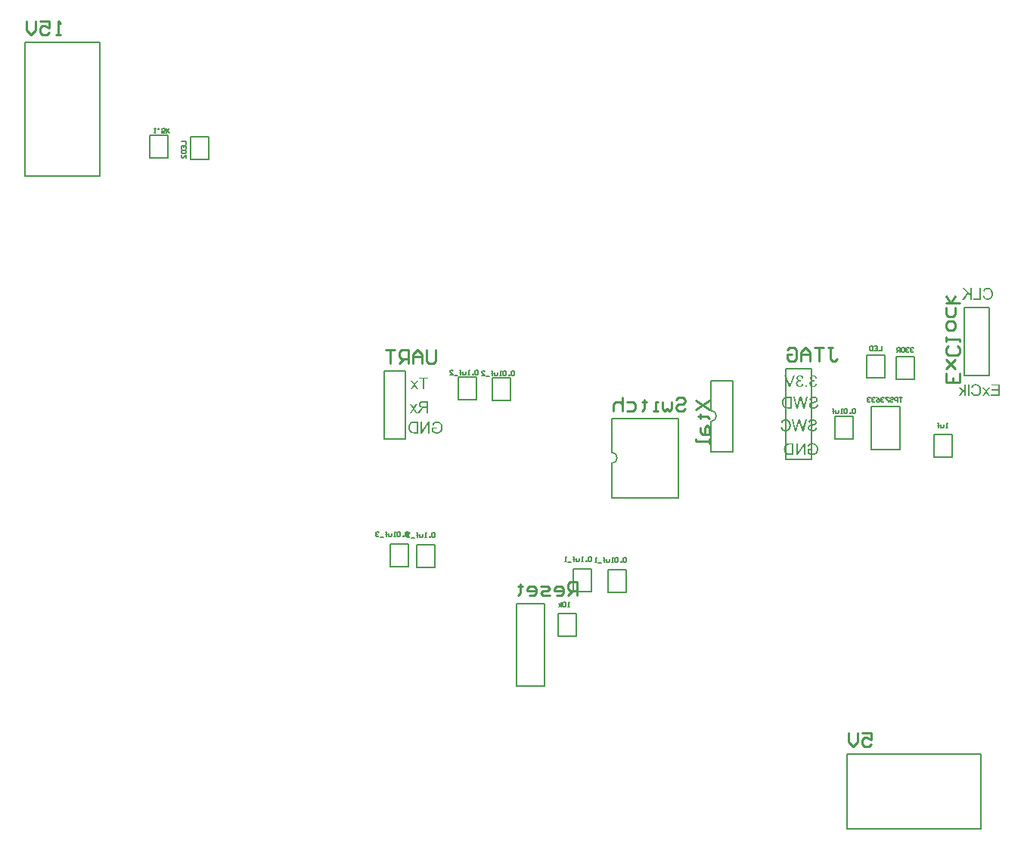
<source format=gbr>
%TF.GenerationSoftware,Altium Limited,Altium Designer,19.1.5 (86)*%
G04 Layer_Color=32896*
%FSLAX45Y45*%
%MOMM*%
%TF.FileFunction,Legend,Bot*%
%TF.Part,Single*%
G01*
G75*
%TA.AperFunction,NonConductor*%
%ADD10C,0.20000*%
%ADD11C,0.25400*%
%ADD12C,0.12700*%
G36*
X17479840Y8737600D02*
X17462581D01*
Y8782829D01*
X17441354Y8803262D01*
X17394936Y8737600D01*
X17372124D01*
X17429254Y8814966D01*
X17374503Y8867932D01*
X17397911D01*
X17462581Y8803460D01*
Y8867932D01*
X17479840D01*
Y8737600D01*
D02*
G37*
G36*
X17661549Y8869717D02*
X17667502Y8868924D01*
X17672858Y8867535D01*
X17675238Y8866940D01*
X17677420Y8866146D01*
X17679404Y8865353D01*
X17681387Y8864758D01*
X17682974Y8863964D01*
X17684164Y8863369D01*
X17685355Y8862972D01*
X17686150Y8862576D01*
X17686546Y8862179D01*
X17686745D01*
X17691702Y8859005D01*
X17696266Y8855236D01*
X17700035Y8851467D01*
X17703011Y8847698D01*
X17705589Y8844325D01*
X17706581Y8842937D01*
X17707375Y8841746D01*
X17707970Y8840556D01*
X17708366Y8839763D01*
X17708763Y8839366D01*
Y8839167D01*
X17711342Y8833415D01*
X17713326Y8827265D01*
X17714516Y8821314D01*
X17715508Y8815759D01*
X17715906Y8813180D01*
X17716103Y8810998D01*
X17716302Y8808816D01*
Y8807031D01*
X17716499Y8805642D01*
Y8804650D01*
Y8803857D01*
Y8803659D01*
X17716302Y8796715D01*
X17715508Y8790367D01*
X17714317Y8784416D01*
X17713724Y8781639D01*
X17713129Y8779259D01*
X17712534Y8776878D01*
X17711937Y8774894D01*
X17711342Y8773109D01*
X17710747Y8771522D01*
X17710350Y8770332D01*
X17709953Y8769538D01*
X17709755Y8768943D01*
Y8768745D01*
X17706978Y8762992D01*
X17703606Y8758033D01*
X17700432Y8753668D01*
X17697060Y8750296D01*
X17694283Y8747519D01*
X17691902Y8745535D01*
X17690910Y8744940D01*
X17690315Y8744345D01*
X17689919Y8744146D01*
X17689720Y8743948D01*
X17687141Y8742361D01*
X17684363Y8741171D01*
X17678809Y8738989D01*
X17673056Y8737600D01*
X17667502Y8736410D01*
X17665121Y8736211D01*
X17662741Y8735815D01*
X17660757Y8735616D01*
X17658972D01*
X17657385Y8735418D01*
X17655402D01*
X17651633Y8735616D01*
X17648061Y8735815D01*
X17641515Y8737203D01*
X17638539Y8737997D01*
X17635564Y8738989D01*
X17632985Y8739980D01*
X17630605Y8740972D01*
X17628423Y8741964D01*
X17626637Y8742956D01*
X17625050Y8743948D01*
X17623660Y8744741D01*
X17622472Y8745535D01*
X17621677Y8746130D01*
X17621280Y8746328D01*
X17621082Y8746527D01*
X17618503Y8748709D01*
X17616122Y8751089D01*
X17612155Y8756247D01*
X17608585Y8761603D01*
X17606006Y8766959D01*
X17604816Y8769340D01*
X17604022Y8771522D01*
X17603229Y8773704D01*
X17602435Y8775291D01*
X17602039Y8776878D01*
X17601640Y8777870D01*
X17601443Y8778663D01*
Y8778862D01*
X17618703Y8783226D01*
X17620290Y8777473D01*
X17622272Y8772315D01*
X17624654Y8768150D01*
X17626836Y8764579D01*
X17629018Y8762000D01*
X17630801Y8760016D01*
X17631993Y8758826D01*
X17632191Y8758628D01*
X17632388Y8758429D01*
X17636357Y8755652D01*
X17640324Y8753668D01*
X17644490Y8752081D01*
X17648259Y8751089D01*
X17651633Y8750494D01*
X17653220Y8750296D01*
X17654408D01*
X17655402Y8750098D01*
X17656789D01*
X17661154Y8750296D01*
X17665320Y8751089D01*
X17669089Y8752081D01*
X17672263Y8753073D01*
X17675040Y8754263D01*
X17677222Y8755057D01*
X17678015Y8755454D01*
X17678612Y8755850D01*
X17678809Y8756049D01*
X17679007D01*
X17682578Y8758628D01*
X17685555Y8761603D01*
X17688133Y8764579D01*
X17690315Y8767753D01*
X17691902Y8770332D01*
X17692892Y8772712D01*
X17693291Y8773506D01*
X17693687Y8774101D01*
X17693884Y8774498D01*
Y8774696D01*
X17695473Y8779457D01*
X17696663Y8784416D01*
X17697456Y8789376D01*
X17698051Y8793938D01*
X17698250Y8795922D01*
X17698448Y8797707D01*
Y8799493D01*
X17698647Y8800881D01*
Y8802072D01*
Y8802865D01*
Y8803460D01*
Y8803659D01*
X17698448Y8808420D01*
X17698051Y8812982D01*
X17697456Y8817148D01*
X17696663Y8820917D01*
X17695869Y8824091D01*
X17695671Y8825480D01*
X17695274Y8826472D01*
X17695076Y8827463D01*
X17694878Y8828059D01*
X17694679Y8828455D01*
Y8828654D01*
X17692892Y8833018D01*
X17690710Y8836985D01*
X17688332Y8840159D01*
X17686150Y8842937D01*
X17683968Y8845119D01*
X17682181Y8846706D01*
X17680991Y8847698D01*
X17680794Y8848094D01*
X17680594D01*
X17676627Y8850475D01*
X17672461Y8852260D01*
X17668295Y8853649D01*
X17664328Y8854442D01*
X17660757Y8855037D01*
X17659367Y8855236D01*
X17657980D01*
X17656989Y8855434D01*
X17655598D01*
X17650838Y8855236D01*
X17646672Y8854442D01*
X17642903Y8853450D01*
X17639928Y8852260D01*
X17637349Y8850872D01*
X17635564Y8849880D01*
X17634373Y8849086D01*
X17633977Y8848888D01*
X17630801Y8846111D01*
X17628224Y8842937D01*
X17625842Y8839366D01*
X17624059Y8835994D01*
X17622668Y8833018D01*
X17622073Y8831629D01*
X17621478Y8830439D01*
X17621082Y8829447D01*
X17620885Y8828654D01*
X17620685Y8828257D01*
Y8828059D01*
X17603625Y8832026D01*
X17606006Y8838374D01*
X17607394Y8841350D01*
X17608783Y8843928D01*
X17610370Y8846507D01*
X17611957Y8848888D01*
X17613345Y8850872D01*
X17614932Y8852855D01*
X17616321Y8854442D01*
X17617709Y8855831D01*
X17619098Y8857220D01*
X17620090Y8858211D01*
X17621082Y8859005D01*
X17621677Y8859600D01*
X17622073Y8859798D01*
X17622272Y8859997D01*
X17624850Y8861782D01*
X17627431Y8863369D01*
X17630206Y8864758D01*
X17632985Y8865948D01*
X17638539Y8867733D01*
X17643697Y8868924D01*
X17646077Y8869320D01*
X17648259Y8869519D01*
X17650243Y8869717D01*
X17651830Y8869915D01*
X17653220Y8870114D01*
X17655202D01*
X17661549Y8869717D01*
D02*
G37*
G36*
X17581010Y8737600D02*
X17499677D01*
Y8752875D01*
X17563753D01*
Y8867932D01*
X17581010D01*
Y8737600D01*
D02*
G37*
G36*
X17650267Y7706900D02*
X17684586Y7658100D01*
X17665146D01*
X17639754Y7694204D01*
X17635390Y7687261D01*
X17615948Y7658100D01*
X17596310D01*
X17630627Y7706900D01*
X17598492Y7752526D01*
X17617934D01*
X17633801Y7730110D01*
X17636183Y7726539D01*
X17637373Y7724754D01*
X17638564Y7723167D01*
X17639555Y7721778D01*
X17640349Y7720786D01*
X17640746Y7719993D01*
X17640944Y7719794D01*
X17642928Y7723167D01*
X17645110Y7726539D01*
X17646101Y7727928D01*
X17646696Y7729118D01*
X17647292Y7729911D01*
X17647490Y7730110D01*
X17662367Y7752526D01*
X17682007D01*
X17650267Y7706900D01*
D02*
G37*
G36*
X17411028Y7658100D02*
X17394960D01*
Y7695593D01*
X17383852Y7706305D01*
X17352509Y7658100D01*
X17332671D01*
X17372345Y7717414D01*
X17336241Y7752526D01*
X17357071D01*
X17394960Y7714240D01*
Y7788432D01*
X17411028D01*
Y7658100D01*
D02*
G37*
G36*
X17530647Y7790217D02*
X17536600Y7789424D01*
X17541956Y7788035D01*
X17544336Y7787440D01*
X17546518Y7786646D01*
X17548502Y7785853D01*
X17550485Y7785258D01*
X17552072Y7784464D01*
X17553262Y7783869D01*
X17554453Y7783472D01*
X17555246Y7783076D01*
X17555643Y7782679D01*
X17555841D01*
X17560802Y7779505D01*
X17565363Y7775736D01*
X17569133Y7771967D01*
X17572108Y7768198D01*
X17574687Y7764825D01*
X17575679Y7763437D01*
X17576472Y7762246D01*
X17577068Y7761056D01*
X17577464Y7760263D01*
X17577861Y7759866D01*
Y7759667D01*
X17580440Y7753915D01*
X17582423Y7747765D01*
X17583614Y7741814D01*
X17584605Y7736259D01*
X17585002Y7733680D01*
X17585201Y7731498D01*
X17585399Y7729316D01*
Y7727531D01*
X17585599Y7726142D01*
Y7725150D01*
Y7724357D01*
Y7724159D01*
X17585399Y7717215D01*
X17584605Y7710867D01*
X17583415Y7704916D01*
X17582820Y7702139D01*
X17582225Y7699759D01*
X17581630Y7697378D01*
X17581035Y7695394D01*
X17580440Y7693609D01*
X17579845Y7692022D01*
X17579448Y7690832D01*
X17579051Y7690038D01*
X17578853Y7689443D01*
Y7689245D01*
X17576076Y7683492D01*
X17572704Y7678533D01*
X17569530Y7674168D01*
X17566158Y7670796D01*
X17563380Y7668019D01*
X17560999Y7666035D01*
X17560007Y7665440D01*
X17559412Y7664845D01*
X17559015Y7664646D01*
X17558817Y7664448D01*
X17556238Y7662861D01*
X17553461Y7661671D01*
X17547906Y7659489D01*
X17542154Y7658100D01*
X17536600Y7656910D01*
X17534219Y7656711D01*
X17531837Y7656315D01*
X17529854Y7656116D01*
X17528069D01*
X17526482Y7655918D01*
X17524498D01*
X17520729Y7656116D01*
X17517159Y7656315D01*
X17510612Y7657703D01*
X17507637Y7658497D01*
X17504662Y7659489D01*
X17502081Y7660480D01*
X17499702Y7661472D01*
X17497519Y7662464D01*
X17495734Y7663456D01*
X17494147Y7664448D01*
X17492760Y7665241D01*
X17491568Y7666035D01*
X17490775Y7666630D01*
X17490378Y7666828D01*
X17490179Y7667027D01*
X17487601Y7669209D01*
X17485220Y7671589D01*
X17481253Y7676747D01*
X17477682Y7682103D01*
X17475104Y7687459D01*
X17473914Y7689840D01*
X17473119Y7692022D01*
X17472327Y7694204D01*
X17471532Y7695791D01*
X17471136Y7697378D01*
X17470740Y7698370D01*
X17470541Y7699163D01*
Y7699362D01*
X17487799Y7703726D01*
X17489386Y7697973D01*
X17491370Y7692815D01*
X17493750Y7688650D01*
X17495932Y7685079D01*
X17498116Y7682500D01*
X17499899Y7680516D01*
X17501089Y7679326D01*
X17501289Y7679128D01*
X17501488Y7678929D01*
X17505453Y7676152D01*
X17509422Y7674168D01*
X17513588Y7672581D01*
X17517357Y7671589D01*
X17520729Y7670994D01*
X17522316Y7670796D01*
X17523506D01*
X17524498Y7670598D01*
X17525887D01*
X17530251Y7670796D01*
X17534418Y7671589D01*
X17538187Y7672581D01*
X17541360Y7673573D01*
X17544138Y7674763D01*
X17546320Y7675557D01*
X17547113Y7675954D01*
X17547708Y7676350D01*
X17547906Y7676549D01*
X17548105D01*
X17551675Y7679128D01*
X17554651Y7682103D01*
X17557230Y7685079D01*
X17559412Y7688253D01*
X17560999Y7690832D01*
X17561990Y7693212D01*
X17562389Y7694006D01*
X17562785Y7694601D01*
X17562984Y7694998D01*
Y7695196D01*
X17564571Y7699957D01*
X17565759Y7704916D01*
X17566554Y7709876D01*
X17567149Y7714438D01*
X17567348Y7716422D01*
X17567546Y7718207D01*
Y7719993D01*
X17567744Y7721381D01*
Y7722572D01*
Y7723365D01*
Y7723960D01*
Y7724159D01*
X17567546Y7728920D01*
X17567149Y7733482D01*
X17566554Y7737648D01*
X17565759Y7741417D01*
X17564967Y7744591D01*
X17564767Y7745980D01*
X17564372Y7746972D01*
X17564172Y7747963D01*
X17563976Y7748559D01*
X17563776Y7748955D01*
Y7749154D01*
X17561990Y7753518D01*
X17559808Y7757485D01*
X17557428Y7760659D01*
X17555246Y7763437D01*
X17553064Y7765619D01*
X17551279Y7767206D01*
X17550089Y7768198D01*
X17549890Y7768594D01*
X17549692D01*
X17545724Y7770975D01*
X17541559Y7772760D01*
X17537393Y7774149D01*
X17533424Y7774942D01*
X17529854Y7775537D01*
X17528465Y7775736D01*
X17527077D01*
X17526085Y7775934D01*
X17524696D01*
X17519936Y7775736D01*
X17515770Y7774942D01*
X17512001Y7773950D01*
X17509026Y7772760D01*
X17506445Y7771372D01*
X17504662Y7770380D01*
X17503471Y7769586D01*
X17503075Y7769388D01*
X17499899Y7766611D01*
X17497321Y7763437D01*
X17494942Y7759866D01*
X17493155Y7756494D01*
X17491766Y7753518D01*
X17491171Y7752129D01*
X17490576Y7750939D01*
X17490179Y7749947D01*
X17489981Y7749154D01*
X17489783Y7748757D01*
Y7748559D01*
X17472723Y7752526D01*
X17475104Y7758874D01*
X17476492Y7761850D01*
X17477879Y7764428D01*
X17479466Y7767007D01*
X17481055Y7769388D01*
X17482443Y7771372D01*
X17484030Y7773355D01*
X17485419Y7774942D01*
X17486807Y7776331D01*
X17488196Y7777720D01*
X17489188Y7778711D01*
X17490179Y7779505D01*
X17490775Y7780100D01*
X17491171Y7780298D01*
X17491370Y7780497D01*
X17493948Y7782282D01*
X17496529Y7783869D01*
X17499306Y7785258D01*
X17502081Y7786448D01*
X17507637Y7788233D01*
X17512794Y7789424D01*
X17515175Y7789820D01*
X17517357Y7790019D01*
X17519341Y7790217D01*
X17520927Y7790415D01*
X17522316Y7790614D01*
X17524300D01*
X17530647Y7790217D01*
D02*
G37*
G36*
X17792700Y7658100D02*
X17695497D01*
Y7673375D01*
X17775441D01*
Y7717811D01*
X17703432D01*
Y7733085D01*
X17775441D01*
Y7773157D01*
X17698473D01*
Y7788432D01*
X17792700D01*
Y7658100D01*
D02*
G37*
G36*
X17451695D02*
X17435628D01*
Y7788432D01*
X17451695D01*
Y7658100D01*
D02*
G37*
G36*
X15712888Y7890230D02*
X15717847Y7889238D01*
X15722411Y7887850D01*
X15726180Y7886263D01*
X15729153Y7884477D01*
X15730345Y7883684D01*
X15731337Y7883089D01*
X15732327Y7882494D01*
X15732924Y7882097D01*
X15733122Y7881898D01*
X15733321Y7881700D01*
X15736891Y7878129D01*
X15739668Y7874162D01*
X15742049Y7869996D01*
X15743636Y7866028D01*
X15745024Y7862458D01*
X15745421Y7860871D01*
X15745818Y7859482D01*
X15746016Y7858490D01*
X15746214Y7857697D01*
X15746413Y7857102D01*
Y7856903D01*
X15730345Y7854126D01*
X15729552Y7858292D01*
X15728362Y7861863D01*
X15727171Y7864838D01*
X15725781Y7867219D01*
X15724593Y7869202D01*
X15723599Y7870591D01*
X15722807Y7871385D01*
X15722607Y7871583D01*
X15720029Y7873567D01*
X15717450Y7874955D01*
X15714873Y7876146D01*
X15712292Y7876741D01*
X15710309Y7877137D01*
X15708524Y7877534D01*
X15706937D01*
X15703564Y7877336D01*
X15700589Y7876542D01*
X15698010Y7875749D01*
X15695828Y7874559D01*
X15694041Y7873567D01*
X15692654Y7872575D01*
X15691859Y7871781D01*
X15691663Y7871583D01*
X15689677Y7869401D01*
X15688289Y7866822D01*
X15687099Y7864441D01*
X15686504Y7862259D01*
X15686107Y7860077D01*
X15685712Y7858490D01*
Y7857498D01*
Y7857300D01*
Y7857102D01*
X15686107Y7853134D01*
X15687099Y7849762D01*
X15688289Y7846985D01*
X15689876Y7844802D01*
X15691463Y7843017D01*
X15692654Y7841628D01*
X15693646Y7840835D01*
X15694041Y7840637D01*
X15697215Y7838851D01*
X15700391Y7837661D01*
X15703366Y7836669D01*
X15706143Y7836074D01*
X15708722Y7835677D01*
X15710507Y7835479D01*
X15713086D01*
X15713879Y7835677D01*
X15714873D01*
X15716656Y7821593D01*
X15714276Y7822188D01*
X15712094Y7822585D01*
X15710110Y7822783D01*
X15708524Y7822981D01*
X15707135Y7823180D01*
X15705350D01*
X15701382Y7822783D01*
X15698010Y7821989D01*
X15694836Y7820998D01*
X15692258Y7819609D01*
X15690076Y7818220D01*
X15688487Y7817228D01*
X15687694Y7816435D01*
X15687299Y7816038D01*
X15684917Y7813261D01*
X15683131Y7810285D01*
X15681743Y7807111D01*
X15680949Y7804334D01*
X15680354Y7801755D01*
X15680156Y7799772D01*
X15679958Y7798978D01*
Y7798383D01*
Y7798185D01*
Y7797986D01*
X15680354Y7793820D01*
X15681148Y7790051D01*
X15682338Y7786679D01*
X15683727Y7783902D01*
X15685313Y7781521D01*
X15686504Y7779934D01*
X15687299Y7778942D01*
X15687694Y7778546D01*
X15690669Y7775967D01*
X15693845Y7773983D01*
X15697018Y7772793D01*
X15700192Y7771801D01*
X15702771Y7771206D01*
X15704755Y7771007D01*
X15705548Y7770809D01*
X15706738D01*
X15710110Y7771007D01*
X15713284Y7771801D01*
X15716061Y7772793D01*
X15718243Y7773785D01*
X15720229Y7774975D01*
X15721616Y7775768D01*
X15722411Y7776562D01*
X15722807Y7776760D01*
X15724989Y7779339D01*
X15726971Y7782315D01*
X15728558Y7785687D01*
X15729750Y7788861D01*
X15730740Y7791837D01*
X15731337Y7794217D01*
X15731734Y7795011D01*
Y7795804D01*
X15731932Y7796201D01*
Y7796399D01*
X15748000Y7794217D01*
X15747603Y7791241D01*
X15747008Y7788464D01*
X15745222Y7783307D01*
X15743239Y7778744D01*
X15740858Y7774776D01*
X15739867Y7773189D01*
X15738676Y7771801D01*
X15737685Y7770611D01*
X15736891Y7769420D01*
X15736098Y7768627D01*
X15735503Y7768032D01*
X15735304Y7767833D01*
X15735106Y7767635D01*
X15732924Y7765850D01*
X15730544Y7764263D01*
X15728362Y7762874D01*
X15725980Y7761882D01*
X15721220Y7759898D01*
X15716656Y7758708D01*
X15714673Y7758311D01*
X15712689Y7758113D01*
X15711102Y7757915D01*
X15709515Y7757716D01*
X15708325Y7757518D01*
X15706738D01*
X15703366Y7757716D01*
X15699992Y7758113D01*
X15696820Y7758510D01*
X15693845Y7759303D01*
X15691068Y7760295D01*
X15688487Y7761287D01*
X15686107Y7762279D01*
X15683925Y7763469D01*
X15682140Y7764461D01*
X15680354Y7765453D01*
X15678767Y7766445D01*
X15677577Y7767437D01*
X15676585Y7768230D01*
X15675990Y7768627D01*
X15675594Y7769024D01*
X15675395Y7769222D01*
X15673213Y7771602D01*
X15671230Y7773983D01*
X15669643Y7776363D01*
X15668254Y7778744D01*
X15666866Y7781124D01*
X15665874Y7783703D01*
X15664485Y7788266D01*
X15663889Y7790250D01*
X15663493Y7792233D01*
X15663293Y7793820D01*
X15663097Y7795407D01*
X15662898Y7796598D01*
Y7797391D01*
Y7797986D01*
Y7798185D01*
X15663097Y7802747D01*
X15663889Y7806913D01*
X15664880Y7810484D01*
X15666072Y7813459D01*
X15667461Y7815840D01*
X15668452Y7817625D01*
X15669246Y7818815D01*
X15669444Y7819212D01*
X15672023Y7822188D01*
X15674998Y7824568D01*
X15677974Y7826552D01*
X15680751Y7827941D01*
X15683330Y7829131D01*
X15685313Y7829726D01*
X15686107Y7830123D01*
X15686702D01*
X15687099Y7830321D01*
X15687299D01*
X15684125Y7831908D01*
X15681346Y7833892D01*
X15679164Y7835677D01*
X15677180Y7837463D01*
X15675792Y7839050D01*
X15674602Y7840240D01*
X15674007Y7841033D01*
X15673808Y7841430D01*
X15672221Y7844009D01*
X15671230Y7846786D01*
X15670436Y7849365D01*
X15669841Y7851746D01*
X15669444Y7853729D01*
X15669246Y7855316D01*
Y7856308D01*
Y7856705D01*
X15669444Y7860077D01*
X15670039Y7863053D01*
X15670833Y7865830D01*
X15671626Y7868409D01*
X15672420Y7870393D01*
X15673213Y7871980D01*
X15673808Y7872972D01*
X15674007Y7873368D01*
X15675990Y7876146D01*
X15678172Y7878724D01*
X15680553Y7880907D01*
X15682735Y7882692D01*
X15684718Y7884080D01*
X15686307Y7885072D01*
X15687495Y7885667D01*
X15687694Y7885866D01*
X15687894D01*
X15691264Y7887453D01*
X15694637Y7888643D01*
X15698010Y7889437D01*
X15700986Y7890032D01*
X15703564Y7890428D01*
X15705548Y7890627D01*
X15710110D01*
X15712888Y7890230D01*
D02*
G37*
G36*
X15561131D02*
X15566090Y7889238D01*
X15570654Y7887850D01*
X15574423Y7886263D01*
X15577399Y7884477D01*
X15578589Y7883684D01*
X15579581Y7883089D01*
X15580573Y7882494D01*
X15581168Y7882097D01*
X15581366Y7881898D01*
X15581564Y7881700D01*
X15585135Y7878129D01*
X15587912Y7874162D01*
X15590292Y7869996D01*
X15591879Y7866028D01*
X15593268Y7862458D01*
X15593665Y7860871D01*
X15594061Y7859482D01*
X15594260Y7858490D01*
X15594460Y7857697D01*
X15594656Y7857102D01*
Y7856903D01*
X15578589Y7854126D01*
X15577795Y7858292D01*
X15576605Y7861863D01*
X15575415Y7864838D01*
X15574026Y7867219D01*
X15572836Y7869202D01*
X15571844Y7870591D01*
X15571049Y7871385D01*
X15570853Y7871583D01*
X15568272Y7873567D01*
X15565694Y7874955D01*
X15563115Y7876146D01*
X15560538Y7876741D01*
X15558553Y7877137D01*
X15556767Y7877534D01*
X15555180D01*
X15551808Y7877336D01*
X15548833Y7876542D01*
X15546254Y7875749D01*
X15544072Y7874559D01*
X15542287Y7873567D01*
X15540898Y7872575D01*
X15540105Y7871781D01*
X15539906Y7871583D01*
X15537923Y7869401D01*
X15536533Y7866822D01*
X15535342Y7864441D01*
X15534747Y7862259D01*
X15534351Y7860077D01*
X15533954Y7858490D01*
Y7857498D01*
Y7857300D01*
Y7857102D01*
X15534351Y7853134D01*
X15535342Y7849762D01*
X15536533Y7846985D01*
X15538120Y7844802D01*
X15539706Y7843017D01*
X15540898Y7841628D01*
X15541888Y7840835D01*
X15542287Y7840637D01*
X15545461Y7838851D01*
X15548634Y7837661D01*
X15551610Y7836669D01*
X15554387Y7836074D01*
X15556966Y7835677D01*
X15558751Y7835479D01*
X15561330D01*
X15562125Y7835677D01*
X15563115D01*
X15564902Y7821593D01*
X15562520Y7822188D01*
X15560338Y7822585D01*
X15558354Y7822783D01*
X15556767Y7822981D01*
X15555379Y7823180D01*
X15553593D01*
X15549626Y7822783D01*
X15546254Y7821989D01*
X15543080Y7820998D01*
X15540501Y7819609D01*
X15538319Y7818220D01*
X15536732Y7817228D01*
X15535938Y7816435D01*
X15535541Y7816038D01*
X15533160Y7813261D01*
X15531377Y7810285D01*
X15529987Y7807111D01*
X15529193Y7804334D01*
X15528598Y7801755D01*
X15528400Y7799772D01*
X15528201Y7798978D01*
Y7798383D01*
Y7798185D01*
Y7797986D01*
X15528598Y7793820D01*
X15529391Y7790051D01*
X15530582Y7786679D01*
X15531972Y7783902D01*
X15533559Y7781521D01*
X15534747Y7779934D01*
X15535541Y7778942D01*
X15535938Y7778546D01*
X15538914Y7775967D01*
X15542088Y7773983D01*
X15545262Y7772793D01*
X15548436Y7771801D01*
X15551015Y7771206D01*
X15552998Y7771007D01*
X15553792Y7770809D01*
X15554982D01*
X15558354Y7771007D01*
X15561528Y7771801D01*
X15564307Y7772793D01*
X15566489Y7773785D01*
X15568472Y7774975D01*
X15569859Y7775768D01*
X15570654Y7776562D01*
X15571049Y7776760D01*
X15573233Y7779339D01*
X15575217Y7782315D01*
X15576804Y7785687D01*
X15577992Y7788861D01*
X15578986Y7791837D01*
X15579581Y7794217D01*
X15579977Y7795011D01*
Y7795804D01*
X15580176Y7796201D01*
Y7796399D01*
X15596243Y7794217D01*
X15595847Y7791241D01*
X15595251Y7788464D01*
X15593468Y7783307D01*
X15591483Y7778744D01*
X15589102Y7774776D01*
X15588110Y7773189D01*
X15586920Y7771801D01*
X15585928Y7770611D01*
X15585135Y7769420D01*
X15584341Y7768627D01*
X15583746Y7768032D01*
X15583548Y7767833D01*
X15583350Y7767635D01*
X15581168Y7765850D01*
X15578787Y7764263D01*
X15576605Y7762874D01*
X15574223Y7761882D01*
X15569463Y7759898D01*
X15564902Y7758708D01*
X15562917Y7758311D01*
X15560933Y7758113D01*
X15559346Y7757915D01*
X15557759Y7757716D01*
X15556569Y7757518D01*
X15554982D01*
X15551610Y7757716D01*
X15548238Y7758113D01*
X15545062Y7758510D01*
X15542088Y7759303D01*
X15539311Y7760295D01*
X15536732Y7761287D01*
X15534351Y7762279D01*
X15532169Y7763469D01*
X15530383Y7764461D01*
X15528598Y7765453D01*
X15527011Y7766445D01*
X15525821Y7767437D01*
X15524829Y7768230D01*
X15524234Y7768627D01*
X15523837Y7769024D01*
X15523639Y7769222D01*
X15521457Y7771602D01*
X15519473Y7773983D01*
X15517886Y7776363D01*
X15516498Y7778744D01*
X15515109Y7781124D01*
X15514117Y7783703D01*
X15512727Y7788266D01*
X15512132Y7790250D01*
X15511737Y7792233D01*
X15511539Y7793820D01*
X15511340Y7795407D01*
X15511140Y7796598D01*
Y7797391D01*
Y7797986D01*
Y7798185D01*
X15511340Y7802747D01*
X15512132Y7806913D01*
X15513126Y7810484D01*
X15514314Y7813459D01*
X15515704Y7815840D01*
X15516696Y7817625D01*
X15517490Y7818815D01*
X15517688Y7819212D01*
X15520267Y7822188D01*
X15523242Y7824568D01*
X15526218Y7826552D01*
X15528995Y7827941D01*
X15531573Y7829131D01*
X15533559Y7829726D01*
X15534351Y7830123D01*
X15534946D01*
X15535342Y7830321D01*
X15535541D01*
X15532367Y7831908D01*
X15529590Y7833892D01*
X15527408Y7835677D01*
X15525424Y7837463D01*
X15524036Y7839050D01*
X15522845Y7840240D01*
X15522250Y7841033D01*
X15522052Y7841430D01*
X15520465Y7844009D01*
X15519473Y7846786D01*
X15518680Y7849365D01*
X15518085Y7851746D01*
X15517688Y7853729D01*
X15517490Y7855316D01*
Y7856308D01*
Y7856705D01*
X15517688Y7860077D01*
X15518283Y7863053D01*
X15519077Y7865830D01*
X15519870Y7868409D01*
X15520663Y7870393D01*
X15521457Y7871980D01*
X15522052Y7872972D01*
X15522250Y7873368D01*
X15524234Y7876146D01*
X15526416Y7878724D01*
X15528796Y7880907D01*
X15530978Y7882692D01*
X15532964Y7884080D01*
X15534550Y7885072D01*
X15535741Y7885667D01*
X15535938Y7885866D01*
X15536137D01*
X15539510Y7887453D01*
X15542880Y7888643D01*
X15546254Y7889437D01*
X15549229Y7890032D01*
X15551808Y7890428D01*
X15553792Y7890627D01*
X15558354D01*
X15561131Y7890230D01*
D02*
G37*
G36*
X15451630Y7759700D02*
X15433974D01*
X15382993Y7890032D01*
X15400449D01*
X15435759Y7795407D01*
X15437148Y7791440D01*
X15438538Y7787472D01*
X15439726Y7783902D01*
X15440720Y7780728D01*
X15441512Y7777950D01*
X15442107Y7775768D01*
X15442307Y7774975D01*
X15442503Y7774380D01*
X15442702Y7774181D01*
Y7773983D01*
X15444885Y7781521D01*
X15446075Y7785092D01*
X15447266Y7788464D01*
X15448257Y7791241D01*
X15448853Y7793424D01*
X15449249Y7794217D01*
X15449448Y7794812D01*
X15449646Y7795209D01*
Y7795407D01*
X15483369Y7890032D01*
X15502216D01*
X15451630Y7759700D01*
D02*
G37*
G36*
X15638101D02*
X15619850D01*
Y7777950D01*
X15638101D01*
Y7759700D01*
D02*
G37*
G36*
X15611324Y7518400D02*
X15593272D01*
X15565897Y7617587D01*
X15565302Y7620166D01*
X15564508Y7622745D01*
X15563913Y7625125D01*
X15563318Y7627704D01*
X15562723Y7629688D01*
X15562326Y7631473D01*
X15561929Y7632465D01*
Y7632862D01*
X15561731Y7632267D01*
X15561533Y7631473D01*
X15560938Y7629291D01*
X15560342Y7626911D01*
X15559549Y7624133D01*
X15558954Y7621753D01*
X15558359Y7619571D01*
X15558160Y7618777D01*
X15557962Y7618182D01*
X15557764Y7617785D01*
Y7617587D01*
X15530388Y7518400D01*
X15513525D01*
X15478017Y7648732D01*
X15495474D01*
X15515707Y7564820D01*
X15517097Y7559067D01*
X15518484Y7553711D01*
X15519476Y7548751D01*
X15520470Y7544585D01*
X15520866Y7542800D01*
X15521263Y7541213D01*
X15521461Y7539824D01*
X15521858Y7538634D01*
X15522057Y7537642D01*
Y7537047D01*
X15522253Y7536650D01*
Y7536452D01*
X15523643Y7544585D01*
X15525230Y7552719D01*
X15527016Y7560654D01*
X15527809Y7564224D01*
X15528603Y7567597D01*
X15529396Y7570771D01*
X15529991Y7573746D01*
X15530785Y7576325D01*
X15531181Y7578507D01*
X15531776Y7580293D01*
X15531975Y7581483D01*
X15532372Y7582475D01*
Y7582673D01*
X15551019Y7648732D01*
X15571848D01*
X15596645Y7560654D01*
X15596843Y7559860D01*
X15597041Y7558670D01*
X15597438Y7557083D01*
X15597835Y7555496D01*
X15598827Y7551528D01*
X15599818Y7547363D01*
X15601009Y7543197D01*
X15601405Y7541411D01*
X15601802Y7539824D01*
X15602199Y7538436D01*
X15602399Y7537444D01*
X15602596Y7536650D01*
Y7536452D01*
X15603587Y7541411D01*
X15604381Y7546172D01*
X15605373Y7550735D01*
X15606168Y7554702D01*
X15606960Y7558075D01*
X15607356Y7559463D01*
X15607555Y7560852D01*
X15607755Y7561646D01*
X15607951Y7562439D01*
X15608150Y7562836D01*
Y7563034D01*
X15627789Y7648732D01*
X15645445D01*
X15611324Y7518400D01*
D02*
G37*
G36*
X15461749D02*
X15414934D01*
X15410570Y7518598D01*
X15406602Y7518797D01*
X15403032Y7519193D01*
X15400056Y7519590D01*
X15397478Y7519987D01*
X15395692Y7520185D01*
X15394502Y7520582D01*
X15394106D01*
X15390732Y7521574D01*
X15387756Y7522566D01*
X15385178Y7523558D01*
X15382996Y7524550D01*
X15381210Y7525541D01*
X15379822Y7526335D01*
X15378830Y7526732D01*
X15378632Y7526930D01*
X15376251Y7528715D01*
X15374069Y7530699D01*
X15371887Y7532683D01*
X15370300Y7534468D01*
X15368713Y7536254D01*
X15367722Y7537642D01*
X15366928Y7538436D01*
X15366730Y7538833D01*
X15364745Y7541808D01*
X15362959Y7544982D01*
X15361372Y7548156D01*
X15360184Y7551132D01*
X15359190Y7553909D01*
X15358398Y7555893D01*
X15358199Y7556686D01*
X15358002Y7557281D01*
X15357802Y7557678D01*
Y7557876D01*
X15356612Y7562241D01*
X15355820Y7566803D01*
X15355025Y7571366D01*
X15354628Y7575333D01*
X15354430Y7578904D01*
Y7580491D01*
X15354231Y7581681D01*
Y7582872D01*
Y7583665D01*
Y7584062D01*
Y7584260D01*
X15354430Y7590608D01*
X15355025Y7596361D01*
X15355820Y7601519D01*
X15356413Y7603899D01*
X15356812Y7606081D01*
X15357207Y7608065D01*
X15357802Y7609850D01*
X15358199Y7611437D01*
X15358595Y7612628D01*
X15358994Y7613620D01*
X15359190Y7614413D01*
X15359389Y7614810D01*
Y7615008D01*
X15361572Y7619967D01*
X15363953Y7624332D01*
X15366531Y7628101D01*
X15369110Y7631275D01*
X15371292Y7633854D01*
X15373077Y7635837D01*
X15374466Y7637028D01*
X15374664Y7637424D01*
X15374863D01*
X15378036Y7639805D01*
X15381210Y7641789D01*
X15384386Y7643376D01*
X15387360Y7644566D01*
X15389938Y7645558D01*
X15392120Y7646153D01*
X15392915Y7646550D01*
X15393311D01*
X15393707Y7646748D01*
X15393906D01*
X15397079Y7647343D01*
X15400850Y7647938D01*
X15404817Y7648335D01*
X15408388Y7648533D01*
X15411760Y7648732D01*
X15461749D01*
Y7518400D01*
D02*
G37*
G36*
X15714876Y7650715D02*
X15719438Y7650120D01*
X15723405Y7649525D01*
X15726976Y7648732D01*
X15729755Y7647740D01*
X15730943Y7647343D01*
X15731937Y7647145D01*
X15732928Y7646748D01*
X15733524Y7646550D01*
X15733720Y7646351D01*
X15733920D01*
X15737689Y7644566D01*
X15741061Y7642384D01*
X15743839Y7640202D01*
X15746021Y7638218D01*
X15747806Y7636234D01*
X15749194Y7634647D01*
X15749988Y7633655D01*
X15750186Y7633457D01*
Y7633259D01*
X15751971Y7630085D01*
X15753360Y7626712D01*
X15754352Y7623737D01*
X15754947Y7620761D01*
X15755344Y7618380D01*
X15755740Y7616595D01*
Y7615802D01*
Y7615207D01*
Y7615008D01*
Y7614810D01*
X15755542Y7611636D01*
X15754947Y7608462D01*
X15754352Y7605685D01*
X15753360Y7603304D01*
X15752567Y7601320D01*
X15751971Y7599932D01*
X15751376Y7598940D01*
X15751178Y7598543D01*
X15749194Y7595964D01*
X15747012Y7593584D01*
X15744830Y7591600D01*
X15742450Y7589815D01*
X15740466Y7588426D01*
X15738879Y7587434D01*
X15737689Y7586641D01*
X15737489Y7586442D01*
X15737292D01*
X15735902Y7585649D01*
X15734119Y7585054D01*
X15730350Y7583665D01*
X15726183Y7582276D01*
X15722017Y7580888D01*
X15718248Y7579896D01*
X15716661Y7579499D01*
X15715273Y7579102D01*
X15714082Y7578706D01*
X15713091Y7578507D01*
X15712495Y7578309D01*
X15712297D01*
X15709123Y7577515D01*
X15706146Y7576722D01*
X15703371Y7576127D01*
X15700989Y7575532D01*
X15699007Y7574937D01*
X15697021Y7574341D01*
X15695435Y7573945D01*
X15693848Y7573548D01*
X15692657Y7573151D01*
X15691666Y7572754D01*
X15690079Y7572358D01*
X15689285Y7572159D01*
X15689087Y7571961D01*
X15686310Y7570771D01*
X15683731Y7569382D01*
X15681747Y7568192D01*
X15680161Y7567002D01*
X15678970Y7565811D01*
X15677979Y7565018D01*
X15677580Y7564423D01*
X15677383Y7564224D01*
X15676193Y7562439D01*
X15675398Y7560654D01*
X15674606Y7558868D01*
X15674210Y7557083D01*
X15674011Y7555694D01*
X15673811Y7554504D01*
Y7553711D01*
Y7553512D01*
X15674011Y7551330D01*
X15674406Y7549346D01*
X15675002Y7547363D01*
X15675598Y7545776D01*
X15676392Y7544387D01*
X15676987Y7543395D01*
X15677383Y7542602D01*
X15677580Y7542403D01*
X15679169Y7540618D01*
X15680954Y7539031D01*
X15682739Y7537642D01*
X15684723Y7536452D01*
X15686310Y7535460D01*
X15687698Y7534865D01*
X15688492Y7534468D01*
X15688889Y7534270D01*
X15691864Y7533278D01*
X15694839Y7532683D01*
X15697617Y7532088D01*
X15700394Y7531889D01*
X15702576Y7531691D01*
X15704559Y7531493D01*
X15706146D01*
X15710115Y7531691D01*
X15713884Y7532088D01*
X15717455Y7532683D01*
X15720232Y7533476D01*
X15722810Y7534072D01*
X15724596Y7534667D01*
X15725786Y7535063D01*
X15725986Y7535262D01*
X15726183D01*
X15729160Y7536849D01*
X15731937Y7538436D01*
X15734119Y7540221D01*
X15735902Y7541808D01*
X15737489Y7543197D01*
X15738483Y7544387D01*
X15739078Y7545180D01*
X15739276Y7545379D01*
X15740665Y7547958D01*
X15741853Y7550537D01*
X15742648Y7553314D01*
X15743440Y7555893D01*
X15743839Y7558273D01*
X15744235Y7560059D01*
X15744434Y7561249D01*
Y7561447D01*
Y7561646D01*
X15760699Y7560257D01*
X15760303Y7555496D01*
X15759509Y7551132D01*
X15758321Y7546966D01*
X15757129Y7543593D01*
X15755939Y7540618D01*
X15755344Y7539428D01*
X15754749Y7538436D01*
X15754352Y7537642D01*
X15753955Y7537047D01*
X15753757Y7536849D01*
Y7536650D01*
X15750980Y7533080D01*
X15747806Y7529906D01*
X15744830Y7527327D01*
X15741656Y7525145D01*
X15739078Y7523359D01*
X15736896Y7522169D01*
X15736102Y7521772D01*
X15735507Y7521376D01*
X15735110Y7521177D01*
X15734911D01*
X15730150Y7519590D01*
X15725191Y7518400D01*
X15720232Y7517408D01*
X15715669Y7516813D01*
X15713487Y7516615D01*
X15711504Y7516416D01*
X15709718D01*
X15708328Y7516218D01*
X15705354D01*
X15700195Y7516416D01*
X15695633Y7517011D01*
X15691269Y7517805D01*
X15687698Y7518797D01*
X15684525Y7519590D01*
X15683334Y7519987D01*
X15682343Y7520384D01*
X15681549Y7520780D01*
X15680954Y7520979D01*
X15680557Y7521177D01*
X15680359D01*
X15676392Y7523359D01*
X15672820Y7525541D01*
X15669846Y7527922D01*
X15667464Y7530302D01*
X15665480Y7532286D01*
X15664290Y7533873D01*
X15663298Y7535063D01*
X15663100Y7535460D01*
X15661116Y7538833D01*
X15659727Y7542403D01*
X15658537Y7545776D01*
X15657942Y7548751D01*
X15657545Y7551330D01*
X15657149Y7553314D01*
Y7554107D01*
Y7554702D01*
Y7554901D01*
Y7555099D01*
X15657347Y7558868D01*
X15657942Y7562439D01*
X15658934Y7565613D01*
X15659926Y7568192D01*
X15660918Y7570572D01*
X15661909Y7572159D01*
X15662505Y7573151D01*
X15662703Y7573548D01*
X15664885Y7576325D01*
X15667464Y7578904D01*
X15670241Y7581285D01*
X15673019Y7583268D01*
X15675598Y7584657D01*
X15677580Y7585847D01*
X15678375Y7586244D01*
X15678772Y7586641D01*
X15679169Y7586839D01*
X15679367D01*
X15680954Y7587434D01*
X15682938Y7588228D01*
X15684921Y7589021D01*
X15687302Y7589616D01*
X15692062Y7591005D01*
X15696825Y7592394D01*
X15701189Y7593385D01*
X15703172Y7593980D01*
X15704958Y7594377D01*
X15706346Y7594774D01*
X15707336Y7594972D01*
X15708131Y7595171D01*
X15708328D01*
X15712099Y7596163D01*
X15715471Y7596956D01*
X15718446Y7597750D01*
X15721223Y7598741D01*
X15723604Y7599535D01*
X15725587Y7600130D01*
X15727373Y7600924D01*
X15728960Y7601717D01*
X15730350Y7602312D01*
X15731538Y7602709D01*
X15732333Y7603304D01*
X15732928Y7603701D01*
X15733920Y7604296D01*
X15734119Y7604494D01*
X15735706Y7606280D01*
X15736896Y7608065D01*
X15737888Y7610049D01*
X15738483Y7611834D01*
X15738879Y7613421D01*
X15739078Y7614810D01*
Y7615603D01*
Y7616000D01*
X15738680Y7618976D01*
X15737888Y7621554D01*
X15736896Y7623935D01*
X15735507Y7625919D01*
X15734315Y7627704D01*
X15733125Y7628894D01*
X15732333Y7629688D01*
X15732133Y7629886D01*
X15730746Y7630878D01*
X15729160Y7631870D01*
X15725587Y7633259D01*
X15721819Y7634250D01*
X15718050Y7634846D01*
X15714677Y7635441D01*
X15713091D01*
X15711900Y7635639D01*
X15709322D01*
X15703966Y7635441D01*
X15699402Y7634647D01*
X15695435Y7633655D01*
X15692261Y7632465D01*
X15689880Y7631275D01*
X15688095Y7630283D01*
X15687103Y7629489D01*
X15686707Y7629291D01*
X15684128Y7626712D01*
X15681946Y7623737D01*
X15680359Y7620761D01*
X15679169Y7617785D01*
X15678375Y7615008D01*
X15677979Y7612826D01*
X15677780Y7612033D01*
X15677580Y7611437D01*
Y7611041D01*
Y7610842D01*
X15661116Y7612033D01*
X15661513Y7616198D01*
X15662306Y7619967D01*
X15663496Y7623538D01*
X15664687Y7626514D01*
X15665678Y7628894D01*
X15666672Y7630878D01*
X15667464Y7632068D01*
X15667664Y7632465D01*
X15670042Y7635639D01*
X15672820Y7638416D01*
X15675598Y7640797D01*
X15678375Y7642780D01*
X15680954Y7644169D01*
X15682938Y7645359D01*
X15683731Y7645756D01*
X15684326Y7645954D01*
X15684525Y7646153D01*
X15684723D01*
X15688889Y7647740D01*
X15693253Y7648930D01*
X15697617Y7649724D01*
X15701585Y7650319D01*
X15704958Y7650715D01*
X15706346D01*
X15707735Y7650914D01*
X15710115D01*
X15714876Y7650715D01*
D02*
G37*
G36*
X15598624Y7264400D02*
X15580573D01*
X15553197Y7363587D01*
X15552602Y7366166D01*
X15551808Y7368745D01*
X15551213Y7371125D01*
X15550618Y7373704D01*
X15550023Y7375688D01*
X15549626Y7377473D01*
X15549229Y7378465D01*
Y7378862D01*
X15549031Y7378267D01*
X15548833Y7377473D01*
X15548238Y7375291D01*
X15547643Y7372911D01*
X15546849Y7370133D01*
X15546254Y7367753D01*
X15545659Y7365571D01*
X15545461Y7364777D01*
X15545262Y7364182D01*
X15545062Y7363785D01*
Y7363587D01*
X15517688Y7264400D01*
X15500826D01*
X15465317Y7394732D01*
X15482774D01*
X15503008Y7310820D01*
X15504398Y7305067D01*
X15505785Y7299711D01*
X15506776Y7294751D01*
X15507768Y7290585D01*
X15508167Y7288800D01*
X15508563Y7287213D01*
X15508762Y7285824D01*
X15509158Y7284634D01*
X15509357Y7283642D01*
Y7283047D01*
X15509554Y7282650D01*
Y7282452D01*
X15510944Y7290585D01*
X15512531Y7298719D01*
X15514314Y7306654D01*
X15515109Y7310224D01*
X15515903Y7313597D01*
X15516696Y7316771D01*
X15517291Y7319746D01*
X15518085Y7322325D01*
X15518481Y7324507D01*
X15519077Y7326293D01*
X15519275Y7327483D01*
X15519672Y7328475D01*
Y7328673D01*
X15538319Y7394732D01*
X15559148D01*
X15583945Y7306654D01*
X15584143Y7305860D01*
X15584341Y7304670D01*
X15584738Y7303083D01*
X15585135Y7301496D01*
X15586127Y7297528D01*
X15587119Y7293363D01*
X15588309Y7289197D01*
X15588705Y7287411D01*
X15589102Y7285824D01*
X15589499Y7284436D01*
X15589697Y7283444D01*
X15589896Y7282650D01*
Y7282452D01*
X15590887Y7287411D01*
X15591681Y7292172D01*
X15592673Y7296735D01*
X15593468Y7300702D01*
X15594260Y7304075D01*
X15594656Y7305463D01*
X15594855Y7306852D01*
X15595055Y7307646D01*
X15595251Y7308439D01*
X15595450Y7308836D01*
Y7309034D01*
X15615089Y7394732D01*
X15632745D01*
X15598624Y7264400D01*
D02*
G37*
G36*
X15399060Y7396517D02*
X15405011Y7395724D01*
X15410367Y7394335D01*
X15412749Y7393740D01*
X15414931Y7392946D01*
X15416914Y7392153D01*
X15418898Y7391558D01*
X15420485Y7390764D01*
X15421675Y7390169D01*
X15422865Y7389772D01*
X15423659Y7389376D01*
X15424055Y7388979D01*
X15424254D01*
X15429213Y7385805D01*
X15433775Y7382036D01*
X15437544Y7378267D01*
X15440520Y7374498D01*
X15443098Y7371125D01*
X15444090Y7369737D01*
X15444885Y7368546D01*
X15445480Y7367356D01*
X15445876Y7366563D01*
X15446272Y7366166D01*
Y7365967D01*
X15448853Y7360215D01*
X15450836Y7354065D01*
X15452026Y7348114D01*
X15453018Y7342559D01*
X15453415Y7339980D01*
X15453613Y7337798D01*
X15453812Y7335616D01*
Y7333831D01*
X15454010Y7332442D01*
Y7331450D01*
Y7330657D01*
Y7330459D01*
X15453812Y7323515D01*
X15453018Y7317167D01*
X15451828Y7311216D01*
X15451231Y7308439D01*
X15450636Y7306059D01*
X15450043Y7303678D01*
X15449448Y7301694D01*
X15448853Y7299909D01*
X15448257Y7298322D01*
X15447861Y7297132D01*
X15447462Y7296338D01*
X15447266Y7295743D01*
Y7295545D01*
X15444489Y7289792D01*
X15441115Y7284833D01*
X15437941Y7280468D01*
X15434569Y7277096D01*
X15431792Y7274319D01*
X15429411Y7272335D01*
X15428419Y7271740D01*
X15427824Y7271145D01*
X15427428Y7270946D01*
X15427229Y7270748D01*
X15424651Y7269161D01*
X15421873Y7267971D01*
X15416319Y7265789D01*
X15410567Y7264400D01*
X15405011Y7263210D01*
X15402631Y7263011D01*
X15400250Y7262615D01*
X15398267Y7262416D01*
X15396481D01*
X15394894Y7262218D01*
X15392911D01*
X15389140Y7262416D01*
X15385571Y7262615D01*
X15379024Y7264003D01*
X15376048Y7264797D01*
X15373073Y7265789D01*
X15370494Y7266780D01*
X15368114Y7267772D01*
X15365932Y7268764D01*
X15364146Y7269756D01*
X15362560Y7270748D01*
X15361171Y7271541D01*
X15359979Y7272335D01*
X15359187Y7272930D01*
X15358791Y7273128D01*
X15358592Y7273327D01*
X15356013Y7275509D01*
X15353632Y7277889D01*
X15349664Y7283047D01*
X15346094Y7288403D01*
X15343515Y7293759D01*
X15342325Y7296140D01*
X15341531Y7298322D01*
X15340738Y7300504D01*
X15339944Y7302091D01*
X15339548Y7303678D01*
X15339151Y7304670D01*
X15338953Y7305463D01*
Y7305662D01*
X15356210Y7310026D01*
X15357797Y7304273D01*
X15359782Y7299115D01*
X15362163Y7294950D01*
X15364345Y7291379D01*
X15366527Y7288800D01*
X15368312Y7286816D01*
X15369502Y7285626D01*
X15369701Y7285428D01*
X15369899Y7285229D01*
X15373866Y7282452D01*
X15377834Y7280468D01*
X15382001Y7278881D01*
X15385770Y7277889D01*
X15389140Y7277294D01*
X15390729Y7277096D01*
X15391919D01*
X15392911Y7276898D01*
X15394299D01*
X15398663Y7277096D01*
X15402829Y7277889D01*
X15406598Y7278881D01*
X15409772Y7279873D01*
X15412550Y7281063D01*
X15414732Y7281857D01*
X15415524Y7282254D01*
X15416119Y7282650D01*
X15416319Y7282849D01*
X15416518D01*
X15420088Y7285428D01*
X15423064Y7288403D01*
X15425642Y7291379D01*
X15427824Y7294553D01*
X15429411Y7297132D01*
X15430403Y7299512D01*
X15430800Y7300306D01*
X15431197Y7300901D01*
X15431395Y7301298D01*
Y7301496D01*
X15432982Y7306257D01*
X15434172Y7311216D01*
X15434966Y7316176D01*
X15435561Y7320738D01*
X15435759Y7322722D01*
X15435957Y7324507D01*
Y7326293D01*
X15436156Y7327681D01*
Y7328872D01*
Y7329665D01*
Y7330260D01*
Y7330459D01*
X15435957Y7335220D01*
X15435561Y7339782D01*
X15434966Y7343948D01*
X15434172Y7347717D01*
X15433379Y7350891D01*
X15433180Y7352280D01*
X15432784Y7353272D01*
X15432585Y7354263D01*
X15432387Y7354859D01*
X15432188Y7355255D01*
Y7355454D01*
X15430403Y7359818D01*
X15428221Y7363785D01*
X15425841Y7366959D01*
X15423659Y7369737D01*
X15421477Y7371919D01*
X15419691Y7373506D01*
X15418501Y7374498D01*
X15418301Y7374894D01*
X15418105D01*
X15414137Y7377275D01*
X15409972Y7379060D01*
X15405804Y7380449D01*
X15401837Y7381242D01*
X15398267Y7381837D01*
X15396878Y7382036D01*
X15395490D01*
X15394498Y7382234D01*
X15393109D01*
X15388348Y7382036D01*
X15384183Y7381242D01*
X15380412Y7380250D01*
X15377437Y7379060D01*
X15374860Y7377672D01*
X15373073Y7376680D01*
X15371883Y7375886D01*
X15371486Y7375688D01*
X15368312Y7372911D01*
X15365733Y7369737D01*
X15363353Y7366166D01*
X15361568Y7362794D01*
X15360179Y7359818D01*
X15359584Y7358429D01*
X15358989Y7357239D01*
X15358592Y7356247D01*
X15358392Y7355454D01*
X15358195Y7355057D01*
Y7354859D01*
X15341135Y7358826D01*
X15343515Y7365174D01*
X15344904Y7368150D01*
X15346294Y7370728D01*
X15347881Y7373307D01*
X15349467Y7375688D01*
X15350854Y7377672D01*
X15352441Y7379655D01*
X15353831Y7381242D01*
X15355219Y7382631D01*
X15356609Y7384020D01*
X15357600Y7385011D01*
X15358592Y7385805D01*
X15359187Y7386400D01*
X15359584Y7386598D01*
X15359782Y7386797D01*
X15362361Y7388582D01*
X15364940Y7390169D01*
X15367717Y7391558D01*
X15370494Y7392748D01*
X15376048Y7394533D01*
X15381206Y7395724D01*
X15383588Y7396120D01*
X15385770Y7396319D01*
X15387753Y7396517D01*
X15389340Y7396715D01*
X15390729Y7396914D01*
X15392712D01*
X15399060Y7396517D01*
D02*
G37*
G36*
X15702176Y7396715D02*
X15706738Y7396120D01*
X15710706Y7395525D01*
X15714276Y7394732D01*
X15717055Y7393740D01*
X15718243Y7393343D01*
X15719237Y7393145D01*
X15720229Y7392748D01*
X15720824Y7392550D01*
X15721021Y7392351D01*
X15721220D01*
X15724989Y7390566D01*
X15728362Y7388384D01*
X15731139Y7386202D01*
X15733321Y7384218D01*
X15735106Y7382234D01*
X15736494Y7380647D01*
X15737288Y7379655D01*
X15737486Y7379457D01*
Y7379259D01*
X15739272Y7376085D01*
X15740660Y7372712D01*
X15741652Y7369737D01*
X15742247Y7366761D01*
X15742644Y7364380D01*
X15743040Y7362595D01*
Y7361802D01*
Y7361207D01*
Y7361008D01*
Y7360810D01*
X15742842Y7357636D01*
X15742247Y7354462D01*
X15741652Y7351685D01*
X15740660Y7349304D01*
X15739867Y7347320D01*
X15739272Y7345932D01*
X15738676Y7344940D01*
X15738478Y7344543D01*
X15736494Y7341964D01*
X15734312Y7339584D01*
X15732130Y7337600D01*
X15729750Y7335815D01*
X15727766Y7334426D01*
X15726180Y7333434D01*
X15724989Y7332641D01*
X15724789Y7332442D01*
X15724593D01*
X15723203Y7331649D01*
X15721419Y7331054D01*
X15717648Y7329665D01*
X15713483Y7328276D01*
X15709317Y7326888D01*
X15705548Y7325896D01*
X15703961Y7325499D01*
X15702573Y7325102D01*
X15701382Y7324706D01*
X15700391Y7324507D01*
X15699796Y7324309D01*
X15699597D01*
X15696423Y7323515D01*
X15693446Y7322722D01*
X15690669Y7322127D01*
X15688289Y7321532D01*
X15686307Y7320937D01*
X15684322Y7320341D01*
X15682735Y7319945D01*
X15681148Y7319548D01*
X15679958Y7319151D01*
X15678966Y7318754D01*
X15677379Y7318358D01*
X15676585Y7318159D01*
X15676387Y7317961D01*
X15673610Y7316771D01*
X15671031Y7315382D01*
X15669048Y7314192D01*
X15667461Y7313002D01*
X15666270Y7311811D01*
X15665279Y7311018D01*
X15664880Y7310423D01*
X15664684Y7310224D01*
X15663493Y7308439D01*
X15662698Y7306654D01*
X15661906Y7304868D01*
X15661510Y7303083D01*
X15661311Y7301694D01*
X15661111Y7300504D01*
Y7299711D01*
Y7299512D01*
X15661311Y7297330D01*
X15661707Y7295346D01*
X15662302Y7293363D01*
X15662898Y7291776D01*
X15663692Y7290387D01*
X15664285Y7289395D01*
X15664684Y7288602D01*
X15664880Y7288403D01*
X15666467Y7286618D01*
X15668254Y7285031D01*
X15670039Y7283642D01*
X15672023Y7282452D01*
X15673610Y7281460D01*
X15674998Y7280865D01*
X15675792Y7280468D01*
X15676189Y7280270D01*
X15679164Y7279278D01*
X15682140Y7278683D01*
X15684917Y7278088D01*
X15687694Y7277889D01*
X15689876Y7277691D01*
X15691859Y7277493D01*
X15693446D01*
X15697415Y7277691D01*
X15701184Y7278088D01*
X15704755Y7278683D01*
X15707532Y7279476D01*
X15710110Y7280072D01*
X15711896Y7280667D01*
X15713086Y7281063D01*
X15713284Y7281262D01*
X15713483D01*
X15716460Y7282849D01*
X15719237Y7284436D01*
X15721419Y7286221D01*
X15723203Y7287808D01*
X15724789Y7289197D01*
X15725781Y7290387D01*
X15726376Y7291180D01*
X15726576Y7291379D01*
X15727963Y7293958D01*
X15729153Y7296537D01*
X15729948Y7299314D01*
X15730740Y7301893D01*
X15731139Y7304273D01*
X15731535Y7306059D01*
X15731734Y7307249D01*
Y7307447D01*
Y7307646D01*
X15748000Y7306257D01*
X15747603Y7301496D01*
X15746809Y7297132D01*
X15745621Y7292966D01*
X15744429Y7289593D01*
X15743239Y7286618D01*
X15742644Y7285428D01*
X15742049Y7284436D01*
X15741652Y7283642D01*
X15741255Y7283047D01*
X15741057Y7282849D01*
Y7282650D01*
X15738280Y7279080D01*
X15735106Y7275906D01*
X15732130Y7273327D01*
X15728957Y7271145D01*
X15726376Y7269359D01*
X15724194Y7268169D01*
X15723402Y7267772D01*
X15722807Y7267376D01*
X15722411Y7267177D01*
X15722211D01*
X15717450Y7265590D01*
X15712491Y7264400D01*
X15707532Y7263408D01*
X15702969Y7262813D01*
X15700787Y7262615D01*
X15698804Y7262416D01*
X15697018D01*
X15695628Y7262218D01*
X15692654D01*
X15687495Y7262416D01*
X15682933Y7263011D01*
X15678569Y7263805D01*
X15674998Y7264797D01*
X15671825Y7265590D01*
X15670634Y7265987D01*
X15669643Y7266384D01*
X15668849Y7266780D01*
X15668254Y7266979D01*
X15667857Y7267177D01*
X15667659D01*
X15663692Y7269359D01*
X15660120Y7271541D01*
X15657146Y7273922D01*
X15654764Y7276302D01*
X15652780Y7278286D01*
X15651590Y7279873D01*
X15650598Y7281063D01*
X15650400Y7281460D01*
X15648416Y7284833D01*
X15647028Y7288403D01*
X15645837Y7291776D01*
X15645242Y7294751D01*
X15644846Y7297330D01*
X15644449Y7299314D01*
Y7300107D01*
Y7300702D01*
Y7300901D01*
Y7301099D01*
X15644647Y7304868D01*
X15645242Y7308439D01*
X15646234Y7311613D01*
X15647226Y7314192D01*
X15648218Y7316572D01*
X15649210Y7318159D01*
X15649805Y7319151D01*
X15650003Y7319548D01*
X15652185Y7322325D01*
X15654764Y7324904D01*
X15657541Y7327285D01*
X15660320Y7329268D01*
X15662898Y7330657D01*
X15664880Y7331847D01*
X15665675Y7332244D01*
X15666072Y7332641D01*
X15666467Y7332839D01*
X15666667D01*
X15668254Y7333434D01*
X15670238Y7334228D01*
X15672221Y7335021D01*
X15674602Y7335616D01*
X15679362Y7337005D01*
X15684125Y7338394D01*
X15688487Y7339385D01*
X15690472Y7339980D01*
X15692258Y7340377D01*
X15693646Y7340774D01*
X15694637Y7340972D01*
X15695432Y7341171D01*
X15695628D01*
X15699397Y7342163D01*
X15702771Y7342956D01*
X15705746Y7343750D01*
X15708524Y7344741D01*
X15710904Y7345535D01*
X15712888Y7346130D01*
X15714673Y7346924D01*
X15716260Y7347717D01*
X15717648Y7348312D01*
X15718839Y7348709D01*
X15719633Y7349304D01*
X15720229Y7349701D01*
X15721220Y7350296D01*
X15721419Y7350494D01*
X15723006Y7352280D01*
X15724194Y7354065D01*
X15725188Y7356049D01*
X15725781Y7357834D01*
X15726180Y7359421D01*
X15726376Y7360810D01*
Y7361603D01*
Y7362000D01*
X15725980Y7364976D01*
X15725188Y7367554D01*
X15724194Y7369935D01*
X15722807Y7371919D01*
X15721616Y7373704D01*
X15720425Y7374894D01*
X15719633Y7375688D01*
X15719434Y7375886D01*
X15718047Y7376878D01*
X15716460Y7377870D01*
X15712888Y7379259D01*
X15709119Y7380250D01*
X15705350Y7380846D01*
X15701978Y7381441D01*
X15700391D01*
X15699200Y7381639D01*
X15696622D01*
X15691264Y7381441D01*
X15686702Y7380647D01*
X15682735Y7379655D01*
X15679561Y7378465D01*
X15677180Y7377275D01*
X15675395Y7376283D01*
X15674403Y7375489D01*
X15674007Y7375291D01*
X15671428Y7372712D01*
X15669246Y7369737D01*
X15667659Y7366761D01*
X15666467Y7363785D01*
X15665675Y7361008D01*
X15665279Y7358826D01*
X15665080Y7358033D01*
X15664880Y7357437D01*
Y7357041D01*
Y7356842D01*
X15648416Y7358033D01*
X15648813Y7362198D01*
X15649606Y7365967D01*
X15650797Y7369538D01*
X15651987Y7372514D01*
X15652979Y7374894D01*
X15653970Y7376878D01*
X15654764Y7378068D01*
X15654964Y7378465D01*
X15657343Y7381639D01*
X15660120Y7384416D01*
X15662898Y7386797D01*
X15665675Y7388780D01*
X15668254Y7390169D01*
X15670238Y7391359D01*
X15671031Y7391756D01*
X15671626Y7391954D01*
X15671825Y7392153D01*
X15672023D01*
X15676189Y7393740D01*
X15680553Y7394930D01*
X15684917Y7395724D01*
X15688885Y7396319D01*
X15692258Y7396715D01*
X15693646D01*
X15695033Y7396914D01*
X15697415D01*
X15702176Y7396715D01*
D02*
G37*
G36*
X15615092Y6997700D02*
X15598628D01*
Y7100061D01*
X15530190Y6997700D01*
X15512534D01*
Y7128032D01*
X15528999D01*
Y7025671D01*
X15597636Y7128032D01*
X15615092D01*
Y6997700D01*
D02*
G37*
G36*
X15702776Y7129817D02*
X15709123Y7129024D01*
X15715074Y7127635D01*
X15717653Y7126841D01*
X15720033Y7126246D01*
X15722215Y7125453D01*
X15724199Y7124659D01*
X15725986Y7124064D01*
X15727373Y7123271D01*
X15728365Y7122874D01*
X15729356Y7122477D01*
X15729755Y7122080D01*
X15729951D01*
X15732729Y7120494D01*
X15735110Y7118708D01*
X15739871Y7114939D01*
X15743640Y7110972D01*
X15747012Y7107004D01*
X15749393Y7103235D01*
X15750385Y7101846D01*
X15751376Y7100458D01*
X15751971Y7099267D01*
X15752368Y7098474D01*
X15752765Y7097879D01*
Y7097680D01*
X15755344Y7091531D01*
X15757327Y7085183D01*
X15758716Y7079232D01*
X15759708Y7073677D01*
X15760104Y7071297D01*
X15760303Y7069115D01*
X15760503Y7067131D01*
Y7065346D01*
X15760699Y7063957D01*
Y7062965D01*
Y7062370D01*
Y7062172D01*
X15760303Y7055228D01*
X15759509Y7048682D01*
X15758121Y7042731D01*
X15757526Y7039954D01*
X15756734Y7037573D01*
X15755939Y7035193D01*
X15755344Y7033209D01*
X15754550Y7031424D01*
X15753955Y7030035D01*
X15753558Y7028845D01*
X15753162Y7028051D01*
X15752765Y7027456D01*
Y7027258D01*
X15749393Y7021902D01*
X15745624Y7017141D01*
X15741853Y7012975D01*
X15737888Y7009602D01*
X15734515Y7007024D01*
X15733125Y7006032D01*
X15731737Y7005238D01*
X15730746Y7004445D01*
X15729755Y7004048D01*
X15729356Y7003850D01*
X15729160Y7003651D01*
X15723207Y7000874D01*
X15717058Y6998890D01*
X15711305Y6997502D01*
X15705750Y6996510D01*
X15703371Y6996113D01*
X15701189Y6995915D01*
X15699203Y6995716D01*
X15697420D01*
X15696030Y6995518D01*
X15694244D01*
X15689087Y6995716D01*
X15683929Y6996311D01*
X15679367Y6997105D01*
X15675201Y6998097D01*
X15673415Y6998493D01*
X15671629Y6998890D01*
X15670241Y6999287D01*
X15669051Y6999684D01*
X15668059Y7000080D01*
X15667265Y7000279D01*
X15666869Y7000477D01*
X15666672D01*
X15661711Y7002659D01*
X15656752Y7005040D01*
X15652388Y7007619D01*
X15648421Y7009999D01*
X15645049Y7012380D01*
X15643658Y7013173D01*
X15642468Y7014165D01*
X15641476Y7014760D01*
X15640881Y7015355D01*
X15640485Y7015554D01*
X15640286Y7015752D01*
Y7064155D01*
X15695435D01*
Y7048880D01*
X15657149D01*
Y7024282D01*
X15659529Y7022497D01*
X15662108Y7020711D01*
X15664687Y7019124D01*
X15667265Y7017736D01*
X15669646Y7016546D01*
X15671629Y7015752D01*
X15672424Y7015355D01*
X15673019Y7015157D01*
X15673216Y7014959D01*
X15673415D01*
X15677383Y7013570D01*
X15681351Y7012578D01*
X15685120Y7011785D01*
X15688293Y7011388D01*
X15691071Y7010991D01*
X15693253Y7010793D01*
X15695238D01*
X15699998Y7010991D01*
X15704559Y7011586D01*
X15708528Y7012578D01*
X15712297Y7013570D01*
X15715273Y7014562D01*
X15716661Y7015157D01*
X15717653Y7015554D01*
X15718446Y7015752D01*
X15719041Y7016149D01*
X15719438Y7016347D01*
X15719637D01*
X15723604Y7018728D01*
X15727174Y7021505D01*
X15730150Y7024480D01*
X15732532Y7027258D01*
X15734315Y7029837D01*
X15735706Y7031820D01*
X15736301Y7032614D01*
X15736697Y7033209D01*
X15736896Y7033606D01*
Y7033804D01*
X15738879Y7038565D01*
X15740266Y7043326D01*
X15741458Y7048285D01*
X15742053Y7053046D01*
X15742252Y7055030D01*
X15742450Y7057014D01*
X15742648Y7058799D01*
Y7060188D01*
X15742847Y7061576D01*
Y7062370D01*
Y7062965D01*
Y7063163D01*
X15742648Y7068321D01*
X15742053Y7073280D01*
X15741258Y7077645D01*
X15740266Y7081612D01*
X15739474Y7084786D01*
X15739078Y7086175D01*
X15738680Y7087167D01*
X15738284Y7088159D01*
X15738084Y7088754D01*
X15737888Y7089150D01*
Y7089349D01*
X15736697Y7091928D01*
X15735507Y7094308D01*
X15734119Y7096490D01*
X15732729Y7098474D01*
X15731538Y7100061D01*
X15730547Y7101251D01*
X15729951Y7102045D01*
X15729755Y7102243D01*
X15727573Y7104425D01*
X15725389Y7106211D01*
X15723009Y7107798D01*
X15720827Y7109186D01*
X15718843Y7110376D01*
X15717256Y7111170D01*
X15716264Y7111567D01*
X15715868Y7111765D01*
X15712495Y7112955D01*
X15709123Y7113947D01*
X15705553Y7114542D01*
X15702377Y7115137D01*
X15699602Y7115336D01*
X15697420Y7115534D01*
X15695435D01*
X15691864Y7115336D01*
X15688492Y7114939D01*
X15685516Y7114344D01*
X15682938Y7113749D01*
X15680756Y7113154D01*
X15678970Y7112559D01*
X15677979Y7112162D01*
X15677580Y7111963D01*
X15674606Y7110575D01*
X15672224Y7109186D01*
X15670042Y7107599D01*
X15668259Y7106211D01*
X15666869Y7104822D01*
X15665877Y7103830D01*
X15665282Y7103037D01*
X15665083Y7102838D01*
X15663496Y7100458D01*
X15662108Y7097879D01*
X15660918Y7095300D01*
X15659926Y7092920D01*
X15659132Y7090539D01*
X15658339Y7088754D01*
X15658141Y7087563D01*
X15657942Y7087365D01*
Y7087167D01*
X15642271Y7091531D01*
X15643658Y7096292D01*
X15645245Y7100458D01*
X15646832Y7104028D01*
X15648421Y7107004D01*
X15650008Y7109583D01*
X15651198Y7111368D01*
X15651991Y7112360D01*
X15652190Y7112757D01*
X15654768Y7115733D01*
X15657744Y7118113D01*
X15660719Y7120295D01*
X15663695Y7122080D01*
X15666273Y7123667D01*
X15668259Y7124659D01*
X15669051Y7125056D01*
X15669646Y7125254D01*
X15670042Y7125453D01*
X15670241D01*
X15674606Y7127040D01*
X15678970Y7128230D01*
X15683334Y7129024D01*
X15687103Y7129619D01*
X15690475Y7130015D01*
X15692062D01*
X15693253Y7130214D01*
X15695633D01*
X15702776Y7129817D01*
D02*
G37*
G36*
X15483572Y6997700D02*
X15436755D01*
X15432391Y6997898D01*
X15428424Y6998097D01*
X15424854Y6998493D01*
X15421877Y6998890D01*
X15419298Y6999287D01*
X15417513Y6999485D01*
X15416322Y6999882D01*
X15415926D01*
X15412553Y7000874D01*
X15409578Y7001866D01*
X15406999Y7002858D01*
X15404817Y7003850D01*
X15403032Y7004841D01*
X15401643Y7005635D01*
X15400652Y7006032D01*
X15400453Y7006230D01*
X15398071Y7008015D01*
X15395889Y7009999D01*
X15393707Y7011983D01*
X15392120Y7013768D01*
X15390533Y7015554D01*
X15389542Y7016942D01*
X15388750Y7017736D01*
X15388550Y7018133D01*
X15386568Y7021108D01*
X15384781Y7024282D01*
X15383194Y7027456D01*
X15382004Y7030432D01*
X15381012Y7033209D01*
X15380219Y7035193D01*
X15380020Y7035986D01*
X15379822Y7036581D01*
X15379623Y7036978D01*
Y7037176D01*
X15378433Y7041541D01*
X15377640Y7046103D01*
X15376846Y7050666D01*
X15376450Y7054633D01*
X15376251Y7058204D01*
Y7059791D01*
X15376053Y7060981D01*
Y7062172D01*
Y7062965D01*
Y7063362D01*
Y7063560D01*
X15376251Y7069908D01*
X15376846Y7075661D01*
X15377640Y7080819D01*
X15378235Y7083199D01*
X15378632Y7085381D01*
X15379028Y7087365D01*
X15379623Y7089150D01*
X15380020Y7090737D01*
X15380417Y7091928D01*
X15380814Y7092920D01*
X15381012Y7093713D01*
X15381210Y7094110D01*
Y7094308D01*
X15383392Y7099267D01*
X15385773Y7103632D01*
X15388351Y7107401D01*
X15390932Y7110575D01*
X15393114Y7113154D01*
X15394897Y7115137D01*
X15396288Y7116328D01*
X15396484Y7116724D01*
X15396684D01*
X15399858Y7119105D01*
X15403032Y7121089D01*
X15406206Y7122676D01*
X15409181Y7123866D01*
X15411760Y7124858D01*
X15413942Y7125453D01*
X15414735Y7125850D01*
X15415132D01*
X15415529Y7126048D01*
X15415729D01*
X15418903Y7126643D01*
X15422672Y7127238D01*
X15426637Y7127635D01*
X15430209Y7127833D01*
X15433582Y7128032D01*
X15483572D01*
Y6997700D01*
D02*
G37*
G36*
X11411393Y7239000D02*
X11394928D01*
Y7341361D01*
X11326489Y7239000D01*
X11308834D01*
Y7369332D01*
X11325299D01*
Y7266971D01*
X11393937Y7369332D01*
X11411393D01*
Y7239000D01*
D02*
G37*
G36*
X11499075Y7371117D02*
X11505423Y7370324D01*
X11511374Y7368935D01*
X11513953Y7368141D01*
X11516333Y7367546D01*
X11518515Y7366753D01*
X11520499Y7365959D01*
X11522285Y7365364D01*
X11523673Y7364571D01*
X11524665Y7364174D01*
X11525657Y7363777D01*
X11526054Y7363380D01*
X11526252D01*
X11529029Y7361794D01*
X11531410Y7360008D01*
X11536171Y7356239D01*
X11539940Y7352272D01*
X11543312Y7348304D01*
X11545693Y7344535D01*
X11546685Y7343146D01*
X11547676Y7341758D01*
X11548272Y7340567D01*
X11548668Y7339774D01*
X11549065Y7339179D01*
Y7338980D01*
X11551644Y7332831D01*
X11553628Y7326483D01*
X11555016Y7320532D01*
X11556008Y7314977D01*
X11556405Y7312597D01*
X11556603Y7310415D01*
X11556802Y7308431D01*
Y7306646D01*
X11557000Y7305257D01*
Y7304265D01*
Y7303670D01*
Y7303472D01*
X11556603Y7296528D01*
X11555810Y7289982D01*
X11554421Y7284031D01*
X11553826Y7281254D01*
X11553033Y7278873D01*
X11552239Y7276493D01*
X11551644Y7274509D01*
X11550850Y7272724D01*
X11550255Y7271335D01*
X11549859Y7270145D01*
X11549462Y7269351D01*
X11549065Y7268756D01*
Y7268558D01*
X11545693Y7263202D01*
X11541924Y7258441D01*
X11538154Y7254275D01*
X11534187Y7250902D01*
X11530815Y7248324D01*
X11529426Y7247332D01*
X11528037Y7246538D01*
X11527046Y7245745D01*
X11526054Y7245348D01*
X11525657Y7245150D01*
X11525459Y7244951D01*
X11519507Y7242174D01*
X11513358Y7240190D01*
X11507605Y7238802D01*
X11502050Y7237810D01*
X11499670Y7237413D01*
X11497488Y7237215D01*
X11495504Y7237016D01*
X11493719D01*
X11492330Y7236818D01*
X11490545D01*
X11485387Y7237016D01*
X11480229Y7237611D01*
X11475667Y7238405D01*
X11471501Y7239397D01*
X11469715Y7239793D01*
X11467930Y7240190D01*
X11466541Y7240587D01*
X11465351Y7240984D01*
X11464359Y7241380D01*
X11463566Y7241579D01*
X11463169Y7241777D01*
X11462971D01*
X11458011Y7243959D01*
X11453052Y7246340D01*
X11448688Y7248919D01*
X11444720Y7251299D01*
X11441348Y7253680D01*
X11439959Y7254473D01*
X11438769Y7255465D01*
X11437777Y7256060D01*
X11437182Y7256655D01*
X11436785Y7256854D01*
X11436587Y7257052D01*
Y7305455D01*
X11491735D01*
Y7290180D01*
X11453449D01*
Y7265582D01*
X11455829Y7263797D01*
X11458408Y7262011D01*
X11460987Y7260424D01*
X11463566Y7259036D01*
X11465946Y7257846D01*
X11467930Y7257052D01*
X11468724Y7256655D01*
X11469319Y7256457D01*
X11469517Y7256259D01*
X11469715D01*
X11473683Y7254870D01*
X11477650Y7253878D01*
X11481420Y7253085D01*
X11484593Y7252688D01*
X11487371Y7252291D01*
X11489553Y7252093D01*
X11491537D01*
X11496298Y7252291D01*
X11500860Y7252886D01*
X11504828Y7253878D01*
X11508597Y7254870D01*
X11511572Y7255862D01*
X11512961Y7256457D01*
X11513953Y7256854D01*
X11514746Y7257052D01*
X11515341Y7257449D01*
X11515738Y7257647D01*
X11515937D01*
X11519904Y7260028D01*
X11523475Y7262805D01*
X11526450Y7265780D01*
X11528831Y7268558D01*
X11530616Y7271137D01*
X11532005Y7273120D01*
X11532600Y7273914D01*
X11532997Y7274509D01*
X11533195Y7274906D01*
Y7275104D01*
X11535179Y7279865D01*
X11536567Y7284626D01*
X11537758Y7289585D01*
X11538353Y7294346D01*
X11538551Y7296330D01*
X11538750Y7298314D01*
X11538948Y7300099D01*
Y7301488D01*
X11539146Y7302876D01*
Y7303670D01*
Y7304265D01*
Y7304463D01*
X11538948Y7309621D01*
X11538353Y7314580D01*
X11537559Y7318945D01*
X11536567Y7322912D01*
X11535774Y7326086D01*
X11535377Y7327475D01*
X11534980Y7328467D01*
X11534584Y7329459D01*
X11534385Y7330054D01*
X11534187Y7330450D01*
Y7330649D01*
X11532997Y7333228D01*
X11531807Y7335608D01*
X11530418Y7337790D01*
X11529029Y7339774D01*
X11527839Y7341361D01*
X11526847Y7342551D01*
X11526252Y7343345D01*
X11526054Y7343543D01*
X11523872Y7345725D01*
X11521689Y7347511D01*
X11519309Y7349098D01*
X11517127Y7350486D01*
X11515143Y7351676D01*
X11513556Y7352470D01*
X11512564Y7352867D01*
X11512167Y7353065D01*
X11508795Y7354255D01*
X11505423Y7355247D01*
X11501852Y7355842D01*
X11498678Y7356437D01*
X11495901Y7356636D01*
X11493719Y7356834D01*
X11491735D01*
X11488164Y7356636D01*
X11484792Y7356239D01*
X11481816Y7355644D01*
X11479237Y7355049D01*
X11477055Y7354454D01*
X11475270Y7353859D01*
X11474278Y7353462D01*
X11473881Y7353263D01*
X11470906Y7351875D01*
X11468525Y7350486D01*
X11466343Y7348899D01*
X11464558Y7347511D01*
X11463169Y7346122D01*
X11462177Y7345130D01*
X11461582Y7344337D01*
X11461384Y7344138D01*
X11459797Y7341758D01*
X11458408Y7339179D01*
X11457218Y7336600D01*
X11456226Y7334220D01*
X11455433Y7331839D01*
X11454639Y7330054D01*
X11454441Y7328863D01*
X11454242Y7328665D01*
Y7328467D01*
X11438571Y7332831D01*
X11439959Y7337592D01*
X11441546Y7341758D01*
X11443133Y7345328D01*
X11444720Y7348304D01*
X11446307Y7350883D01*
X11447498Y7352668D01*
X11448291Y7353660D01*
X11448489Y7354057D01*
X11451068Y7357033D01*
X11454044Y7359413D01*
X11457020Y7361595D01*
X11459995Y7363380D01*
X11462574Y7364967D01*
X11464558Y7365959D01*
X11465351Y7366356D01*
X11465946Y7366554D01*
X11466343Y7366753D01*
X11466541D01*
X11470906Y7368340D01*
X11475270Y7369530D01*
X11479634Y7370324D01*
X11483403Y7370919D01*
X11486776Y7371315D01*
X11488363D01*
X11489553Y7371514D01*
X11491933D01*
X11499075Y7371117D01*
D02*
G37*
G36*
X11279872Y7239000D02*
X11233055D01*
X11228691Y7239198D01*
X11224724Y7239397D01*
X11221153Y7239793D01*
X11218177Y7240190D01*
X11215598Y7240587D01*
X11213813Y7240785D01*
X11212623Y7241182D01*
X11212226D01*
X11208854Y7242174D01*
X11205878Y7243166D01*
X11203299Y7244158D01*
X11201117Y7245150D01*
X11199332Y7246141D01*
X11197943Y7246935D01*
X11196951Y7247332D01*
X11196753Y7247530D01*
X11194372Y7249315D01*
X11192190Y7251299D01*
X11190008Y7253283D01*
X11188421Y7255068D01*
X11186834Y7256854D01*
X11185842Y7258242D01*
X11185049Y7259036D01*
X11184850Y7259433D01*
X11182867Y7262408D01*
X11181081Y7265582D01*
X11179494Y7268756D01*
X11178304Y7271732D01*
X11177312Y7274509D01*
X11176519Y7276493D01*
X11176320Y7277286D01*
X11176122Y7277881D01*
X11175924Y7278278D01*
Y7278476D01*
X11174733Y7282841D01*
X11173940Y7287403D01*
X11173146Y7291966D01*
X11172750Y7295933D01*
X11172551Y7299504D01*
Y7301091D01*
X11172353Y7302281D01*
Y7303472D01*
Y7304265D01*
Y7304662D01*
Y7304860D01*
X11172551Y7311208D01*
X11173146Y7316961D01*
X11173940Y7322119D01*
X11174535Y7324499D01*
X11174932Y7326681D01*
X11175328Y7328665D01*
X11175924Y7330450D01*
X11176320Y7332037D01*
X11176717Y7333228D01*
X11177114Y7334220D01*
X11177312Y7335013D01*
X11177511Y7335410D01*
Y7335608D01*
X11179693Y7340567D01*
X11182073Y7344932D01*
X11184652Y7348701D01*
X11187231Y7351875D01*
X11189413Y7354454D01*
X11191198Y7356437D01*
X11192587Y7357628D01*
X11192785Y7358024D01*
X11192984D01*
X11196158Y7360405D01*
X11199332Y7362389D01*
X11202506Y7363976D01*
X11205481Y7365166D01*
X11208060Y7366158D01*
X11210242Y7366753D01*
X11211036Y7367150D01*
X11211432D01*
X11211829Y7367348D01*
X11212028D01*
X11215202Y7367943D01*
X11218971Y7368538D01*
X11222938Y7368935D01*
X11226509Y7369133D01*
X11229881Y7369332D01*
X11279872D01*
Y7239000D01*
D02*
G37*
G36*
X11249666Y7783100D02*
X11283985Y7734300D01*
X11264544D01*
X11239152Y7770404D01*
X11234788Y7763461D01*
X11215347Y7734300D01*
X11195708D01*
X11230027Y7783100D01*
X11197890Y7828726D01*
X11217331D01*
X11233201Y7806310D01*
X11235581Y7802739D01*
X11236772Y7800954D01*
X11237962Y7799367D01*
X11238954Y7797978D01*
X11239747Y7796986D01*
X11240144Y7796193D01*
X11240342Y7795994D01*
X11242326Y7799367D01*
X11244508Y7802739D01*
X11245500Y7804128D01*
X11246095Y7805318D01*
X11246690Y7806111D01*
X11246889Y7806310D01*
X11261767Y7828726D01*
X11281406D01*
X11249666Y7783100D01*
D02*
G37*
G36*
X11391900Y7849357D02*
X11349051D01*
Y7734300D01*
X11331793D01*
Y7849357D01*
X11288944D01*
Y7864632D01*
X11391900D01*
Y7849357D01*
D02*
G37*
G36*
X11239350Y7516400D02*
X11273669Y7467600D01*
X11254228D01*
X11228837Y7503704D01*
X11224472Y7496761D01*
X11205032Y7467600D01*
X11185393D01*
X11219711Y7516400D01*
X11187575Y7562026D01*
X11207015D01*
X11222885Y7539610D01*
X11225266Y7536039D01*
X11226456Y7534254D01*
X11227646Y7532667D01*
X11228638Y7531278D01*
X11229432Y7530286D01*
X11229828Y7529493D01*
X11230027Y7529294D01*
X11232011Y7532667D01*
X11234193Y7536039D01*
X11235185Y7537428D01*
X11235780Y7538618D01*
X11236375Y7539411D01*
X11236573Y7539610D01*
X11251451Y7562026D01*
X11271090D01*
X11239350Y7516400D01*
D02*
G37*
G36*
X11391900Y7467600D02*
X11374641D01*
Y7525525D01*
X11352424D01*
X11350440Y7525327D01*
X11348853D01*
X11347464Y7525128D01*
X11346472Y7524930D01*
X11345679D01*
X11345282Y7524732D01*
X11345084D01*
X11342108Y7523740D01*
X11339728Y7522550D01*
X11338736Y7521954D01*
X11337942Y7521558D01*
X11337546Y7521359D01*
X11337347Y7521161D01*
X11335760Y7520169D01*
X11334372Y7518780D01*
X11331396Y7516003D01*
X11330404Y7514615D01*
X11329412Y7513424D01*
X11328817Y7512631D01*
X11328619Y7512433D01*
X11326635Y7509854D01*
X11324651Y7507076D01*
X11322469Y7504101D01*
X11320485Y7501125D01*
X11318700Y7498546D01*
X11317311Y7496563D01*
X11316915Y7495769D01*
X11316518Y7495174D01*
X11316121Y7494777D01*
Y7494579D01*
X11298863Y7467600D01*
X11277240D01*
X11299854Y7502911D01*
X11302433Y7506680D01*
X11305012Y7510052D01*
X11307393Y7513028D01*
X11309575Y7515607D01*
X11311360Y7517590D01*
X11312749Y7519177D01*
X11313741Y7519971D01*
X11314137Y7520367D01*
X11315526Y7521558D01*
X11317311Y7522748D01*
X11320684Y7524930D01*
X11322072Y7525724D01*
X11323263Y7526319D01*
X11324056Y7526715D01*
X11324453Y7526914D01*
X11321080Y7527509D01*
X11317906Y7528104D01*
X11314931Y7528898D01*
X11312352Y7529889D01*
X11309773Y7530881D01*
X11307591Y7531873D01*
X11305409Y7532865D01*
X11303624Y7533857D01*
X11302037Y7534849D01*
X11300648Y7535642D01*
X11299458Y7536634D01*
X11298466Y7537229D01*
X11297871Y7538023D01*
X11297276Y7538420D01*
X11296879Y7538816D01*
X11295292Y7540602D01*
X11293903Y7542585D01*
X11291523Y7546553D01*
X11289936Y7550322D01*
X11288944Y7554091D01*
X11288150Y7557265D01*
X11287952Y7558654D01*
Y7559844D01*
X11287754Y7560836D01*
Y7561629D01*
Y7562026D01*
Y7562224D01*
X11287952Y7566192D01*
X11288547Y7569763D01*
X11289539Y7573135D01*
X11290531Y7576111D01*
X11291523Y7578491D01*
X11292515Y7580276D01*
X11293110Y7581467D01*
X11293308Y7581863D01*
X11295490Y7585037D01*
X11297871Y7587616D01*
X11300251Y7589798D01*
X11302632Y7591385D01*
X11304615Y7592774D01*
X11306202Y7593766D01*
X11307393Y7594163D01*
X11307591Y7594361D01*
X11307789D01*
X11309575Y7594956D01*
X11311559Y7595551D01*
X11315724Y7596345D01*
X11320089Y7597138D01*
X11324254Y7597535D01*
X11328222Y7597733D01*
X11329809D01*
X11331396Y7597932D01*
X11391900D01*
Y7467600D01*
D02*
G37*
%LPC*%
G36*
X15444492Y7633457D02*
X15417316D01*
X15411958Y7633259D01*
X15407396Y7633060D01*
X15403627Y7632663D01*
X15400453Y7632068D01*
X15398071Y7631473D01*
X15396484Y7631076D01*
X15395493Y7630878D01*
X15395097Y7630680D01*
X15391724Y7628894D01*
X15388550Y7626712D01*
X15385773Y7624332D01*
X15383392Y7621753D01*
X15381409Y7619571D01*
X15380020Y7617587D01*
X15379425Y7616794D01*
X15379227Y7616198D01*
X15378830Y7616000D01*
Y7615802D01*
X15377640Y7613620D01*
X15376648Y7611239D01*
X15374863Y7606280D01*
X15373672Y7601122D01*
X15372879Y7595964D01*
X15372681Y7593782D01*
X15372482Y7591600D01*
X15372284Y7589616D01*
X15372086Y7587831D01*
Y7586442D01*
Y7585450D01*
Y7584657D01*
Y7584459D01*
X15372284Y7579102D01*
X15372681Y7574341D01*
X15373276Y7569977D01*
X15373871Y7566208D01*
X15374466Y7563233D01*
X15374863Y7562042D01*
X15375061Y7561050D01*
X15375259Y7560257D01*
X15375458Y7559662D01*
X15375656Y7559463D01*
Y7559265D01*
X15377045Y7555694D01*
X15378632Y7552322D01*
X15380219Y7549545D01*
X15381607Y7547164D01*
X15382996Y7545379D01*
X15384186Y7543990D01*
X15384979Y7542998D01*
X15385178Y7542800D01*
X15386963Y7541213D01*
X15388750Y7539824D01*
X15390732Y7538833D01*
X15392715Y7537841D01*
X15394302Y7537047D01*
X15395692Y7536452D01*
X15396484Y7536254D01*
X15396883Y7536055D01*
X15399858Y7535262D01*
X15403032Y7534667D01*
X15406404Y7534270D01*
X15409578Y7534072D01*
X15412553Y7533873D01*
X15414735Y7533675D01*
X15444492D01*
Y7633457D01*
D02*
G37*
G36*
X15466313Y7112757D02*
X15439136D01*
X15433780Y7112559D01*
X15429218Y7112360D01*
X15425449Y7111963D01*
X15422273Y7111368D01*
X15419893Y7110773D01*
X15418306Y7110376D01*
X15417316Y7110178D01*
X15416917Y7109980D01*
X15413547Y7108194D01*
X15410371Y7106012D01*
X15407594Y7103632D01*
X15405214Y7101053D01*
X15403230Y7098871D01*
X15401842Y7096887D01*
X15401247Y7096094D01*
X15401048Y7095498D01*
X15400652Y7095300D01*
Y7095102D01*
X15399461Y7092920D01*
X15398470Y7090539D01*
X15396684Y7085580D01*
X15395493Y7080422D01*
X15394701Y7075264D01*
X15394502Y7073082D01*
X15394302Y7070900D01*
X15394106Y7068916D01*
X15393906Y7067131D01*
Y7065742D01*
Y7064750D01*
Y7063957D01*
Y7063759D01*
X15394106Y7058402D01*
X15394502Y7053641D01*
X15395097Y7049277D01*
X15395692Y7045508D01*
X15396288Y7042533D01*
X15396684Y7041342D01*
X15396883Y7040350D01*
X15397079Y7039557D01*
X15397279Y7038962D01*
X15397478Y7038763D01*
Y7038565D01*
X15398866Y7034994D01*
X15400453Y7031622D01*
X15402040Y7028845D01*
X15403429Y7026464D01*
X15404817Y7024679D01*
X15406007Y7023290D01*
X15406801Y7022298D01*
X15406999Y7022100D01*
X15408784Y7020513D01*
X15410570Y7019124D01*
X15412553Y7018133D01*
X15414537Y7017141D01*
X15416124Y7016347D01*
X15417513Y7015752D01*
X15418306Y7015554D01*
X15418703Y7015355D01*
X15421680Y7014562D01*
X15424854Y7013967D01*
X15428226Y7013570D01*
X15431400Y7013372D01*
X15434375Y7013173D01*
X15436557Y7012975D01*
X15466313D01*
Y7112757D01*
D02*
G37*
G36*
X11262613Y7354057D02*
X11235436D01*
X11230080Y7353859D01*
X11225517Y7353660D01*
X11221748Y7353263D01*
X11218574Y7352668D01*
X11216193Y7352073D01*
X11214606Y7351676D01*
X11213615Y7351478D01*
X11213218Y7351280D01*
X11209846Y7349494D01*
X11206672Y7347312D01*
X11203894Y7344932D01*
X11201514Y7342353D01*
X11199530Y7340171D01*
X11198141Y7338187D01*
X11197546Y7337394D01*
X11197348Y7336798D01*
X11196951Y7336600D01*
Y7336402D01*
X11195761Y7334220D01*
X11194769Y7331839D01*
X11192984Y7326880D01*
X11191793Y7321722D01*
X11191000Y7316564D01*
X11190802Y7314382D01*
X11190603Y7312200D01*
X11190405Y7310216D01*
X11190206Y7308431D01*
Y7307042D01*
Y7306050D01*
Y7305257D01*
Y7305059D01*
X11190405Y7299702D01*
X11190802Y7294941D01*
X11191397Y7290577D01*
X11191992Y7286808D01*
X11192587Y7283833D01*
X11192984Y7282642D01*
X11193182Y7281650D01*
X11193380Y7280857D01*
X11193579Y7280262D01*
X11193777Y7280063D01*
Y7279865D01*
X11195166Y7276294D01*
X11196753Y7272922D01*
X11198340Y7270145D01*
X11199728Y7267764D01*
X11201117Y7265979D01*
X11202307Y7264590D01*
X11203101Y7263598D01*
X11203299Y7263400D01*
X11205085Y7261813D01*
X11206870Y7260424D01*
X11208854Y7259433D01*
X11210837Y7258441D01*
X11212424Y7257647D01*
X11213813Y7257052D01*
X11214606Y7256854D01*
X11215003Y7256655D01*
X11217979Y7255862D01*
X11221153Y7255267D01*
X11224525Y7254870D01*
X11227699Y7254672D01*
X11230675Y7254473D01*
X11232857Y7254275D01*
X11262613D01*
Y7354057D01*
D02*
G37*
G36*
X11374641Y7583450D02*
X11333578D01*
X11328420Y7583252D01*
X11324056Y7582459D01*
X11320485Y7581665D01*
X11317510Y7580475D01*
X11315328Y7579483D01*
X11313542Y7578491D01*
X11312749Y7577698D01*
X11312352Y7577499D01*
X11310170Y7575119D01*
X11308385Y7572540D01*
X11307194Y7569961D01*
X11306401Y7567580D01*
X11306004Y7565398D01*
X11305607Y7563811D01*
Y7562621D01*
Y7562423D01*
Y7562224D01*
X11305806Y7559844D01*
X11306202Y7557662D01*
X11306798Y7555678D01*
X11307393Y7554091D01*
X11307988Y7552504D01*
X11308583Y7551512D01*
X11308980Y7550719D01*
X11309178Y7550520D01*
X11310567Y7548735D01*
X11312154Y7547148D01*
X11313939Y7545759D01*
X11315526Y7544569D01*
X11316915Y7543776D01*
X11318105Y7543180D01*
X11318898Y7542982D01*
X11319295Y7542784D01*
X11321874Y7541990D01*
X11324850Y7541395D01*
X11328024Y7540998D01*
X11330999Y7540800D01*
X11333578Y7540602D01*
X11335760Y7540403D01*
X11374641D01*
Y7583450D01*
D02*
G37*
%LPD*%
D10*
X13446600Y6901500D02*
G03*
X13446600Y7026500I0J62500D01*
G01*
X14556200Y7370700D02*
G03*
X14556200Y7495700I0J62500D01*
G01*
X17399001Y7886700D02*
X17678400D01*
Y8648700D01*
X17399001D02*
X17678400D01*
X17399001Y7886700D02*
Y8648700D01*
X12852400Y4965700D02*
X13055600D01*
Y5219700D01*
X12852400D02*
X13055600D01*
X12852400Y4965700D02*
Y5219700D01*
X12382500Y5334000D02*
X12615000D01*
X12382500Y4406900D02*
Y5334000D01*
Y4406900D02*
X12700000D01*
Y5334000D01*
X12615000D02*
X12700000D01*
X13446600Y7404100D02*
X14196600D01*
Y6515100D02*
Y7404100D01*
X13446600Y6515100D02*
X14196600D01*
X13446600D02*
Y6901500D01*
Y7026500D02*
Y7404100D01*
X6883400Y10795000D02*
Y11620500D01*
Y10121900D02*
Y10798000D01*
Y10121900D02*
X7721600D01*
Y11620500D01*
X6883400D02*
X7721600D01*
X16759700Y3644900D02*
X17585201D01*
X16086600D02*
X16762700D01*
X16086600Y2806700D02*
Y3644900D01*
Y2806700D02*
X17585201D01*
Y3644900D01*
X8737600Y10566400D02*
X8940800D01*
X8737600Y10312400D02*
Y10566400D01*
Y10312400D02*
X8940800D01*
Y10566400D01*
X8280400Y10579100D02*
X8483600D01*
X8280400Y10325100D02*
Y10579100D01*
Y10325100D02*
X8483600D01*
Y10579100D01*
X16357600Y7537800D02*
X16671800D01*
X16357600Y7055200D02*
Y7537800D01*
Y7055200D02*
X16671800D01*
Y7321900D01*
Y7275750D02*
Y7537800D01*
X16306799Y8115300D02*
X16510001D01*
X16306799Y7861300D02*
Y8115300D01*
Y7861300D02*
X16510001D01*
Y8115300D01*
X17056100Y6975800D02*
X17259300D01*
Y7229800D01*
X17056100D02*
X17259300D01*
X17056100Y6975800D02*
Y7229800D01*
X15951199Y7429500D02*
X16154401D01*
X15951199Y7175500D02*
Y7429500D01*
Y7175500D02*
X16154401D01*
Y7429500D01*
X16637000Y7848600D02*
X16840199D01*
Y8102600D01*
X16637000D02*
X16840199D01*
X16637000Y7848600D02*
Y8102600D01*
X14556200Y7495700D02*
Y7830600D01*
Y7030500D02*
Y7370700D01*
Y7030500D02*
X14806200D01*
Y7830600D01*
X14556200D02*
X14806200D01*
X11468100Y5736900D02*
Y5990900D01*
X11264900Y5736900D02*
X11468100D01*
X11264900D02*
Y5990900D01*
X11468100D01*
X11176000Y5743900D02*
Y5997900D01*
X10972800Y5743900D02*
X11176000D01*
X10972800D02*
Y5997900D01*
X11176000D01*
X11734800Y7620000D02*
Y7874000D01*
X11938000D01*
Y7620000D02*
Y7874000D01*
X11734800Y7620000D02*
X11938000D01*
X12115800Y7610800D02*
Y7864800D01*
X12319000D01*
Y7610800D02*
Y7864800D01*
X12115800Y7610800D02*
X12319000D01*
X13220700Y5464500D02*
Y5718500D01*
X13017500Y5464500D02*
X13220700D01*
X13017500D02*
Y5718500D01*
X13220700D01*
X13614400Y5461000D02*
Y5715000D01*
X13411200Y5461000D02*
X13614400D01*
X13411200D02*
Y5715000D01*
X13614400D01*
X15401300Y6946900D02*
Y7962900D01*
Y6946900D02*
X15684500D01*
Y7962900D01*
X15401300D02*
X15684500D01*
X15401300D02*
X15481300D01*
X10900400Y7937500D02*
X11137900D01*
X10900400Y7175500D02*
Y7937500D01*
Y7175500D02*
X11137900D01*
Y7937500D01*
D11*
X17348151Y7912067D02*
Y7810500D01*
X17195799D01*
Y7912067D01*
X17271976Y7810500D02*
Y7861283D01*
X17297366Y7962851D02*
X17195799Y8064418D01*
X17246584Y8013634D01*
X17297366Y8064418D01*
X17195799Y7962851D01*
X17322758Y8216769D02*
X17348151Y8191377D01*
Y8140593D01*
X17322758Y8115201D01*
X17221191D01*
X17195799Y8140593D01*
Y8191377D01*
X17221191Y8216769D01*
X17195799Y8267552D02*
Y8318336D01*
Y8292944D01*
X17348151D01*
Y8267552D01*
X17195799Y8419903D02*
Y8470686D01*
X17221191Y8496078D01*
X17271976D01*
X17297366Y8470686D01*
Y8419903D01*
X17271976Y8394511D01*
X17221191D01*
X17195799Y8419903D01*
X17297366Y8648429D02*
Y8572254D01*
X17271976Y8546862D01*
X17221191D01*
X17195799Y8572254D01*
Y8648429D01*
Y8699212D02*
X17348151D01*
X17246584D02*
X17297366Y8775388D01*
X17246584Y8699212D02*
X17195799Y8775388D01*
X13058141Y5420360D02*
Y5572711D01*
X12981966D01*
X12956573Y5547319D01*
Y5496535D01*
X12981966Y5471143D01*
X13058141D01*
X13007356D02*
X12956573Y5420360D01*
X12829614D02*
X12880397D01*
X12905789Y5445752D01*
Y5496535D01*
X12880397Y5521927D01*
X12829614D01*
X12804222Y5496535D01*
Y5471143D01*
X12905789D01*
X12753439Y5420360D02*
X12677263D01*
X12651871Y5445752D01*
X12677263Y5471143D01*
X12728047D01*
X12753439Y5496535D01*
X12728047Y5521927D01*
X12651871D01*
X12524912Y5420360D02*
X12575696D01*
X12601088Y5445752D01*
Y5496535D01*
X12575696Y5521927D01*
X12524912D01*
X12499521Y5496535D01*
Y5471143D01*
X12601088D01*
X12423345Y5547319D02*
Y5521927D01*
X12448737D01*
X12397954D01*
X12423345D01*
Y5445752D01*
X12397954Y5420360D01*
X14173613Y7617419D02*
X14199005Y7642811D01*
X14249788D01*
X14275180Y7617419D01*
Y7592027D01*
X14249788Y7566635D01*
X14199005D01*
X14173613Y7541243D01*
Y7515852D01*
X14199005Y7490460D01*
X14249788D01*
X14275180Y7515852D01*
X14122829Y7592027D02*
Y7515852D01*
X14097437Y7490460D01*
X14072046Y7515852D01*
X14046654Y7490460D01*
X14021262Y7515852D01*
Y7592027D01*
X13970479Y7490460D02*
X13919695D01*
X13945087D01*
Y7592027D01*
X13970479D01*
X13818127Y7617419D02*
Y7592027D01*
X13843520D01*
X13792735D01*
X13818127D01*
Y7515852D01*
X13792735Y7490460D01*
X13614993Y7592027D02*
X13691170D01*
X13716560Y7566635D01*
Y7515852D01*
X13691170Y7490460D01*
X13614993D01*
X13564211Y7642811D02*
Y7490460D01*
Y7566635D01*
X13538818Y7592027D01*
X13488036D01*
X13462643Y7566635D01*
Y7490460D01*
X7279640Y11707640D02*
X7228857D01*
X7254248D01*
Y11859991D01*
X7279640Y11834599D01*
X7051114Y11859991D02*
X7152681D01*
Y11783815D01*
X7101898Y11809207D01*
X7076506D01*
X7051114Y11783815D01*
Y11733032D01*
X7076506Y11707640D01*
X7127289D01*
X7152681Y11733032D01*
X7000330Y11859991D02*
Y11758424D01*
X6949547Y11707640D01*
X6898763Y11758424D01*
Y11859991D01*
X16254272Y3884391D02*
X16355840D01*
Y3808215D01*
X16305057Y3833607D01*
X16279665D01*
X16254272Y3808215D01*
Y3757432D01*
X16279665Y3732040D01*
X16330447D01*
X16355840Y3757432D01*
X16203490Y3884391D02*
Y3782824D01*
X16152705Y3732040D01*
X16101923Y3782824D01*
Y3884391D01*
X14389149Y7607300D02*
X14541499Y7505733D01*
X14389149D02*
X14541499Y7607300D01*
X14414542Y7429557D02*
X14439932D01*
Y7454949D01*
Y7404166D01*
Y7429557D01*
X14516109D01*
X14541499Y7404166D01*
X14439932Y7302599D02*
Y7251815D01*
X14465324Y7226423D01*
X14541499D01*
Y7302599D01*
X14516109Y7327990D01*
X14490717Y7302599D01*
Y7226423D01*
X14541499Y7175640D02*
Y7124856D01*
Y7150248D01*
X14389149D01*
Y7175640D01*
X11474440Y8176211D02*
Y8049252D01*
X11449048Y8023860D01*
X11398264D01*
X11372873Y8049252D01*
Y8176211D01*
X11322089Y8023860D02*
Y8125427D01*
X11271306Y8176211D01*
X11220522Y8125427D01*
Y8023860D01*
Y8100035D01*
X11322089D01*
X11169738Y8023860D02*
Y8176211D01*
X11093563D01*
X11068171Y8150819D01*
Y8100035D01*
X11093563Y8074643D01*
X11169738D01*
X11118955D02*
X11068171Y8023860D01*
X11017388Y8176211D02*
X10915820D01*
X10966604D01*
Y8023860D01*
X15873773Y8201611D02*
X15924557D01*
X15899165D01*
Y8074652D01*
X15924557Y8049260D01*
X15949948D01*
X15975340Y8074652D01*
X15822989Y8201611D02*
X15721422D01*
X15772206D01*
Y8049260D01*
X15670639D02*
Y8150827D01*
X15619855Y8201611D01*
X15569070Y8150827D01*
Y8049260D01*
Y8125435D01*
X15670639D01*
X15416721Y8176219D02*
X15442113Y8201611D01*
X15492896D01*
X15518288Y8176219D01*
Y8074652D01*
X15492896Y8049260D01*
X15442113D01*
X15416721Y8074652D01*
Y8125435D01*
X15467503D01*
D12*
X12974319Y5293360D02*
X12957391D01*
X12965855D01*
Y5344143D01*
X12974319Y5335680D01*
X12932001D02*
X12923537Y5344143D01*
X12906609D01*
X12898145Y5335680D01*
Y5301824D01*
X12906609Y5293360D01*
X12923537D01*
X12932001Y5301824D01*
Y5335680D01*
X12881216Y5293360D02*
Y5344143D01*
Y5310288D02*
X12855824Y5327216D01*
X12881216Y5310288D02*
X12855824Y5293360D01*
X8636017Y10515600D02*
X8686800D01*
Y10481744D01*
X8636017Y10430961D02*
Y10464817D01*
X8686800D01*
Y10430961D01*
X8661408Y10464817D02*
Y10447889D01*
X8636017Y10414033D02*
X8686800D01*
Y10388641D01*
X8678336Y10380177D01*
X8644480D01*
X8636017Y10388641D01*
Y10414033D01*
X8686800Y10329394D02*
Y10363250D01*
X8652944Y10329394D01*
X8644480D01*
X8636017Y10337858D01*
Y10354785D01*
X8644480Y10363250D01*
X8331200Y10655300D02*
X8348128D01*
X8339664D01*
Y10604517D01*
X8331200Y10612980D01*
X8373520Y10655300D02*
Y10646836D01*
X8381984D01*
Y10655300D01*
X8373520D01*
X8449695Y10604517D02*
X8415839D01*
Y10629908D01*
X8432767Y10621444D01*
X8441231D01*
X8449695Y10629908D01*
Y10646836D01*
X8441231Y10655300D01*
X8424303D01*
X8415839Y10646836D01*
X8466623Y10604517D02*
Y10655300D01*
Y10638372D01*
X8500479Y10604517D01*
X8475087Y10629908D01*
X8500479Y10655300D01*
X16471899Y8216883D02*
Y8166100D01*
X16438045D01*
X16387260Y8216883D02*
X16421117D01*
Y8166100D01*
X16387260D01*
X16421117Y8191492D02*
X16404189D01*
X16370332Y8216883D02*
Y8166100D01*
X16344942D01*
X16336478Y8174564D01*
Y8208420D01*
X16344942Y8216883D01*
X16370332D01*
X16827499Y8195720D02*
X16819035Y8204183D01*
X16802107D01*
X16793645Y8195720D01*
Y8187256D01*
X16802107Y8178792D01*
X16810571D01*
X16802107D01*
X16793645Y8170328D01*
Y8161864D01*
X16802107Y8153400D01*
X16819035D01*
X16827499Y8161864D01*
X16776717Y8195720D02*
X16768253Y8204183D01*
X16751324D01*
X16742860Y8195720D01*
Y8187256D01*
X16751324Y8178792D01*
X16759789D01*
X16751324D01*
X16742860Y8170328D01*
Y8161864D01*
X16751324Y8153400D01*
X16768253D01*
X16776717Y8161864D01*
X16725932Y8195720D02*
X16717468Y8204183D01*
X16700542D01*
X16692078Y8195720D01*
Y8161864D01*
X16700542Y8153400D01*
X16717468D01*
X16725932Y8161864D01*
Y8195720D01*
X16675150Y8153400D02*
Y8204183D01*
X16649757D01*
X16641293Y8195720D01*
Y8178792D01*
X16649757Y8170328D01*
X16675150D01*
X16658221D02*
X16641293Y8153400D01*
X16700500Y7645383D02*
X16666644D01*
X16683572D01*
Y7594600D01*
X16649718D02*
Y7645383D01*
X16624326D01*
X16615862Y7636920D01*
Y7619992D01*
X16624326Y7611528D01*
X16649718D01*
X16565077Y7636920D02*
X16573541Y7645383D01*
X16590469D01*
X16598933Y7636920D01*
Y7628456D01*
X16590469Y7619992D01*
X16573541D01*
X16565077Y7611528D01*
Y7603064D01*
X16573541Y7594600D01*
X16590469D01*
X16598933Y7603064D01*
X16548151Y7645383D02*
X16514294D01*
Y7636920D01*
X16548151Y7603064D01*
Y7594600D01*
X16497366Y7636920D02*
X16488902Y7645383D01*
X16471974D01*
X16463510Y7636920D01*
Y7628456D01*
X16471974Y7619992D01*
X16480438D01*
X16471974D01*
X16463510Y7611528D01*
Y7603064D01*
X16471974Y7594600D01*
X16488902D01*
X16497366Y7603064D01*
X16412727Y7645383D02*
X16429655Y7636920D01*
X16446584Y7619992D01*
Y7603064D01*
X16438120Y7594600D01*
X16421191D01*
X16412727Y7603064D01*
Y7611528D01*
X16421191Y7619992D01*
X16446584D01*
X16395799Y7636920D02*
X16387335Y7645383D01*
X16370407D01*
X16361943Y7636920D01*
Y7628456D01*
X16370407Y7619992D01*
X16378871D01*
X16370407D01*
X16361943Y7611528D01*
Y7603064D01*
X16370407Y7594600D01*
X16387335D01*
X16395799Y7603064D01*
X16345016Y7636920D02*
X16336552Y7645383D01*
X16319624D01*
X16311160Y7636920D01*
Y7628456D01*
X16319624Y7619992D01*
X16328088D01*
X16319624D01*
X16311160Y7611528D01*
Y7603064D01*
X16319624Y7594600D01*
X16336552D01*
X16345016Y7603064D01*
X17208501Y7302500D02*
X17191573D01*
X17200037D01*
Y7353283D01*
X17208501Y7344820D01*
X17166180Y7336356D02*
Y7310964D01*
X17157716Y7302500D01*
X17132326D01*
Y7336356D01*
X17106934Y7302500D02*
Y7344820D01*
Y7327892D01*
X17115398D01*
X17098470D01*
X17106934D01*
Y7344820D01*
X17098470Y7353283D01*
X16179800Y7509920D02*
X16171336Y7518383D01*
X16154408D01*
X16145944Y7509920D01*
Y7476064D01*
X16154408Y7467600D01*
X16171336D01*
X16179800Y7476064D01*
Y7509920D01*
X16129018Y7467600D02*
Y7476064D01*
X16120552D01*
Y7467600D01*
X16129018D01*
X16086697Y7509920D02*
X16078233Y7518383D01*
X16061305D01*
X16052841Y7509920D01*
Y7476064D01*
X16061305Y7467600D01*
X16078233D01*
X16086697Y7476064D01*
Y7509920D01*
X16035913Y7467600D02*
X16018985D01*
X16027449D01*
Y7518383D01*
X16035913Y7509920D01*
X15993594Y7501456D02*
Y7476064D01*
X15985130Y7467600D01*
X15959738D01*
Y7501456D01*
X15934346Y7467600D02*
Y7509920D01*
Y7492992D01*
X15942810D01*
X15925882D01*
X15934346D01*
Y7509920D01*
X15925882Y7518383D01*
X11465560Y6114500D02*
X11457096Y6122964D01*
X11440168D01*
X11431704Y6114500D01*
Y6080644D01*
X11440168Y6072180D01*
X11457096D01*
X11465560Y6080644D01*
Y6114500D01*
X11414777Y6072180D02*
Y6080644D01*
X11406312D01*
Y6072180D01*
X11414777D01*
X11372457D02*
X11355529D01*
X11363993D01*
Y6122964D01*
X11372457Y6114500D01*
X11330137Y6106036D02*
Y6080644D01*
X11321673Y6072180D01*
X11296281D01*
Y6106036D01*
X11270890Y6072180D02*
Y6114500D01*
Y6097572D01*
X11279354D01*
X11262426D01*
X11270890D01*
Y6114500D01*
X11262426Y6122964D01*
X11237034Y6063716D02*
X11203178D01*
X11186250Y6114500D02*
X11177786Y6122964D01*
X11160859D01*
X11152395Y6114500D01*
Y6106036D01*
X11160859Y6097572D01*
X11169323D01*
X11160859D01*
X11152395Y6089108D01*
Y6080644D01*
X11160859Y6072180D01*
X11177786D01*
X11186250Y6080644D01*
X11173460Y6123080D02*
X11164996Y6131543D01*
X11148068D01*
X11139604Y6123080D01*
Y6089224D01*
X11148068Y6080760D01*
X11164996D01*
X11173460Y6089224D01*
Y6123080D01*
X11122677Y6080760D02*
Y6089224D01*
X11114212D01*
Y6080760D01*
X11122677D01*
X11080357Y6123080D02*
X11071893Y6131543D01*
X11054965D01*
X11046501Y6123080D01*
Y6089224D01*
X11054965Y6080760D01*
X11071893D01*
X11080357Y6089224D01*
Y6123080D01*
X11029573Y6080760D02*
X11012645D01*
X11021109D01*
Y6131543D01*
X11029573Y6123080D01*
X10987254Y6114616D02*
Y6089224D01*
X10978790Y6080760D01*
X10953398D01*
Y6114616D01*
X10928006Y6080760D02*
Y6123080D01*
Y6106152D01*
X10936470D01*
X10919542D01*
X10928006D01*
Y6123080D01*
X10919542Y6131543D01*
X10894150Y6072296D02*
X10860295D01*
X10843367Y6123080D02*
X10834903Y6131543D01*
X10817975D01*
X10809511Y6123080D01*
Y6114616D01*
X10817975Y6106152D01*
X10826439D01*
X10817975D01*
X10809511Y6097688D01*
Y6089224D01*
X10817975Y6080760D01*
X10834903D01*
X10843367Y6089224D01*
X11950700Y7941720D02*
X11942236Y7950183D01*
X11925308D01*
X11916844Y7941720D01*
Y7907864D01*
X11925308Y7899400D01*
X11942236D01*
X11950700Y7907864D01*
Y7941720D01*
X11899917Y7899400D02*
Y7907864D01*
X11891452D01*
Y7899400D01*
X11899917D01*
X11857597D02*
X11840669D01*
X11849133D01*
Y7950183D01*
X11857597Y7941720D01*
X11815277Y7933256D02*
Y7907864D01*
X11806813Y7899400D01*
X11781421D01*
Y7933256D01*
X11756030Y7899400D02*
Y7941720D01*
Y7924792D01*
X11764494D01*
X11747566D01*
X11756030D01*
Y7941720D01*
X11747566Y7950183D01*
X11722174Y7890936D02*
X11688318D01*
X11637535Y7899400D02*
X11671390D01*
X11637535Y7933256D01*
Y7941720D01*
X11645999Y7950183D01*
X11662926D01*
X11671390Y7941720D01*
X12357100Y7929020D02*
X12348636Y7937483D01*
X12331708D01*
X12323244Y7929020D01*
Y7895164D01*
X12331708Y7886700D01*
X12348636D01*
X12357100Y7895164D01*
Y7929020D01*
X12306317Y7886700D02*
Y7895164D01*
X12297852D01*
Y7886700D01*
X12306317D01*
X12263997Y7929020D02*
X12255533Y7937483D01*
X12238605D01*
X12230141Y7929020D01*
Y7895164D01*
X12238605Y7886700D01*
X12255533D01*
X12263997Y7895164D01*
Y7929020D01*
X12213213Y7886700D02*
X12196285D01*
X12204749D01*
Y7937483D01*
X12213213Y7929020D01*
X12170894Y7920556D02*
Y7895164D01*
X12162430Y7886700D01*
X12137038D01*
Y7920556D01*
X12111646Y7886700D02*
Y7929020D01*
Y7912092D01*
X12120110D01*
X12103182D01*
X12111646D01*
Y7929020D01*
X12103182Y7937483D01*
X12077790Y7878236D02*
X12043935D01*
X11993151Y7886700D02*
X12027007D01*
X11993151Y7920556D01*
Y7929020D01*
X12001615Y7937483D01*
X12018543D01*
X12027007Y7929020D01*
X13218159Y5843680D02*
X13209695Y5852143D01*
X13192767D01*
X13184303Y5843680D01*
Y5809824D01*
X13192767Y5801360D01*
X13209695D01*
X13218159Y5809824D01*
Y5843680D01*
X13167377Y5801360D02*
Y5809824D01*
X13158913D01*
Y5801360D01*
X13167377D01*
X13125056D02*
X13108128D01*
X13116592D01*
Y5852143D01*
X13125056Y5843680D01*
X13082738Y5835216D02*
Y5809824D01*
X13074274Y5801360D01*
X13048882D01*
Y5835216D01*
X13023489Y5801360D02*
Y5843680D01*
Y5826752D01*
X13031953D01*
X13015025D01*
X13023489D01*
Y5843680D01*
X13015025Y5852143D01*
X12989635Y5792896D02*
X12955779D01*
X12938850Y5801360D02*
X12921922D01*
X12930386D01*
Y5852143D01*
X12938850Y5843680D01*
X13611861Y5838600D02*
X13603397Y5847063D01*
X13586469D01*
X13578004Y5838600D01*
Y5804744D01*
X13586469Y5796280D01*
X13603397D01*
X13611861Y5804744D01*
Y5838600D01*
X13561076Y5796280D02*
Y5804744D01*
X13552612D01*
Y5796280D01*
X13561076D01*
X13518758Y5838600D02*
X13510294Y5847063D01*
X13493365D01*
X13484901Y5838600D01*
Y5804744D01*
X13493365Y5796280D01*
X13510294D01*
X13518758Y5804744D01*
Y5838600D01*
X13467973Y5796280D02*
X13451045D01*
X13459509D01*
Y5847063D01*
X13467973Y5838600D01*
X13425655Y5830136D02*
Y5804744D01*
X13417191Y5796280D01*
X13391798D01*
Y5830136D01*
X13366406Y5796280D02*
Y5838600D01*
Y5821672D01*
X13374870D01*
X13357942D01*
X13366406D01*
Y5838600D01*
X13357942Y5847063D01*
X13332550Y5787816D02*
X13298695D01*
X13281767Y5796280D02*
X13264839D01*
X13273303D01*
Y5847063D01*
X13281767Y5838600D01*
%TF.MD5,fc26d05ec3c6140c3f58624c387183c8*%
M02*

</source>
